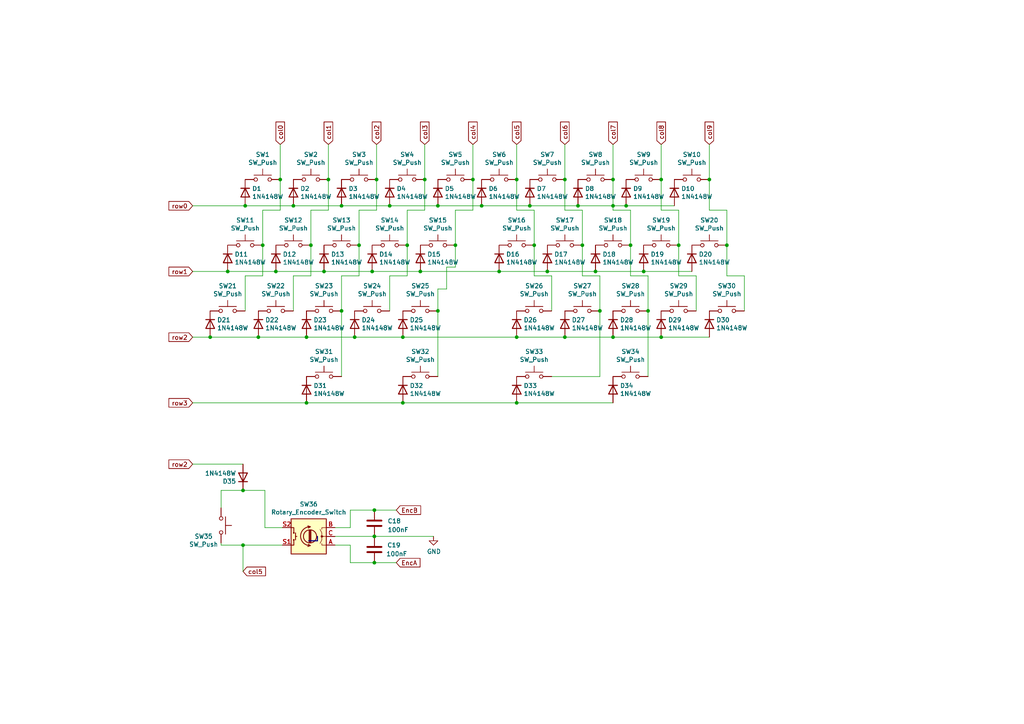
<source format=kicad_sch>
(kicad_sch (version 20230121) (generator eeschema)
  (paper "A4")
  (title_block (title "Hotswap Chiffre") (date "2023-07-13") (rev "0.2.2") (company "sporkus"))
  (junction (at 177.8 52.07))
  (junction (at 153.67 59.69))
  (junction (at 70.485 142.24))
  (junction (at 172.72 78.74))
  (junction (at 191.77 97.79))
  (junction (at 154.94 71.12))
  (junction (at 149.86 52.07))
  (junction (at 116.84 116.84))
  (junction (at 127 90.17))
  (junction (at 210.82 71.12))
  (junction (at 108.585 163.195))
  (junction (at 132.08 71.12))
  (junction (at 163.83 97.79))
  (junction (at 186.69 78.74))
  (junction (at 108.585 147.955))
  (junction (at 70.485 158.115))
  (junction (at 167.64 59.69))
  (junction (at 88.9 97.79))
  (junction (at 123.19 52.07))
  (junction (at 74.93 97.79))
  (junction (at 76.2 71.12))
  (junction (at 158.75 78.74))
  (junction (at 99.06 90.17))
  (junction (at 182.88 71.12))
  (junction (at 109.22 52.07))
  (junction (at 144.78 78.74))
  (junction (at 127 59.69))
  (junction (at 90.17 71.12))
  (junction (at 99.06 59.69))
  (junction (at 107.95 78.74))
  (junction (at 181.61 59.69))
  (junction (at 196.85 71.12))
  (junction (at 108.585 155.575))
  (junction (at 121.92 78.74))
  (junction (at 187.96 90.17))
  (junction (at 85.09 59.69))
  (junction (at 93.98 78.74))
  (junction (at 88.9 116.84))
  (junction (at 71.12 59.69))
  (junction (at 60.96 97.79))
  (junction (at 80.01 78.74))
  (junction (at 81.28 52.07))
  (junction (at 177.8 59.69))
  (junction (at 149.86 116.84))
  (junction (at 168.91 71.12))
  (junction (at 95.25 52.07))
  (junction (at 113.03 59.69))
  (junction (at 205.74 52.07))
  (junction (at 163.83 52.07))
  (junction (at 116.84 97.79))
  (junction (at 191.77 52.07))
  (junction (at 177.8 97.79))
  (junction (at 118.11 71.12))
  (junction (at 149.86 97.79))
  (junction (at 139.7 59.69))
  (junction (at 137.16 52.07))
  (junction (at 173.99 90.17))
  (junction (at 66.04 78.74))
  (junction (at 104.14 71.12))
  (junction (at 102.87 97.79))
  (wire (pts (xy 139.7 59.69) (xy 153.67 59.69)))
  (wire (pts (xy 123.19 52.07) (xy 123.19 60.96)))
  (wire (pts (xy 108.585 147.955) (xy 101.6 147.955)))
  (wire (pts (xy 132.08 71.12) (xy 132.08 77.47)))
  (wire (pts (xy 137.16 41.91) (xy 137.16 52.07)))
  (wire (pts (xy 102.87 97.79) (xy 116.84 97.79)))
  (wire (pts (xy 90.17 60.96) (xy 90.17 71.12)))
  (wire (pts (xy 160.02 80.01) (xy 160.02 90.17)))
  (wire (pts (xy 129.54 83.82) (xy 127 83.82)))
  (bus (pts (xy 92.075 155.575) (xy 92.075 156.845)))
  (wire (pts (xy 109.22 41.91) (xy 109.22 52.07)))
  (wire (pts (xy 177.8 59.69) (xy 177.8 60.96)))
  (wire (pts (xy 70.485 158.115) (xy 81.915 158.115)))
  (wire (pts (xy 55.88 78.74) (xy 66.04 78.74)))
  (wire (pts (xy 187.96 80.01) (xy 187.96 90.17)))
  (wire (pts (xy 172.72 78.74) (xy 186.69 78.74)))
  (wire (pts (xy 149.86 52.07) (xy 149.86 60.96)))
  (wire (pts (xy 132.08 77.47) (xy 129.54 77.47)))
  (wire (pts (xy 113.03 80.01) (xy 118.11 80.01)))
  (wire (pts (xy 121.92 78.74) (xy 144.78 78.74)))
  (wire (pts (xy 186.69 78.74) (xy 200.66 78.74)))
  (wire (pts (xy 108.585 155.575) (xy 125.73 155.575)))
  (wire (pts (xy 191.77 97.79) (xy 205.74 97.79)))
  (wire (pts (xy 191.77 52.07) (xy 191.77 60.96)))
  (wire (pts (xy 113.03 80.01) (xy 113.03 90.17)))
  (wire (pts (xy 71.12 80.01) (xy 71.12 90.17)))
  (wire (pts (xy 210.82 80.01) (xy 210.82 71.12)))
  (wire (pts (xy 90.17 71.12) (xy 90.17 80.01)))
  (wire (pts (xy 173.99 90.17) (xy 173.99 109.22)))
  (wire (pts (xy 123.19 60.96) (xy 118.11 60.96)))
  (wire (pts (xy 76.835 153.035) (xy 81.915 153.035)))
  (wire (pts (xy 196.85 80.01) (xy 201.93 80.01)))
  (wire (pts (xy 76.2 71.12) (xy 76.2 80.01)))
  (wire (pts (xy 163.83 41.91) (xy 163.83 52.07)))
  (wire (pts (xy 163.83 52.07) (xy 163.83 60.96)))
  (wire (pts (xy 70.485 158.115) (xy 70.485 165.735)))
  (wire (pts (xy 177.8 41.91) (xy 177.8 52.07)))
  (wire (pts (xy 101.6 147.955) (xy 101.6 153.035)))
  (wire (pts (xy 104.14 60.96) (xy 104.14 71.12)))
  (wire (pts (xy 168.91 80.01) (xy 173.99 80.01)))
  (wire (pts (xy 132.08 60.96) (xy 132.08 71.12)))
  (wire (pts (xy 93.98 78.74) (xy 107.95 78.74)))
  (wire (pts (xy 149.86 60.96) (xy 154.94 60.96)))
  (wire (pts (xy 127 59.69) (xy 139.7 59.69)))
  (wire (pts (xy 177.8 59.69) (xy 181.61 59.69)))
  (bus (pts (xy 92.075 156.845) (xy 89.535 156.845)))
  (wire (pts (xy 116.84 116.84) (xy 149.86 116.84)))
  (wire (pts (xy 64.135 158.115) (xy 70.485 158.115)))
  (wire (pts (xy 108.585 147.955) (xy 114.935 147.955)))
  (wire (pts (xy 191.77 60.96) (xy 196.85 60.96)))
  (wire (pts (xy 109.22 60.96) (xy 104.14 60.96)))
  (wire (pts (xy 80.01 78.74) (xy 93.98 78.74)))
  (wire (pts (xy 123.19 41.91) (xy 123.19 52.07)))
  (wire (pts (xy 90.17 60.96) (xy 95.25 60.96)))
  (wire (pts (xy 55.88 97.79) (xy 60.96 97.79)))
  (wire (pts (xy 153.67 59.69) (xy 167.64 59.69)))
  (wire (pts (xy 76.2 60.96) (xy 81.28 60.96)))
  (wire (pts (xy 76.2 60.96) (xy 76.2 71.12)))
  (wire (pts (xy 113.03 59.69) (xy 127 59.69)))
  (wire (pts (xy 99.06 80.01) (xy 104.14 80.01)))
  (wire (pts (xy 163.83 97.79) (xy 177.8 97.79)))
  (wire (pts (xy 215.9 80.01) (xy 215.9 90.17)))
  (wire (pts (xy 88.9 116.84) (xy 116.84 116.84)))
  (wire (pts (xy 205.74 41.91) (xy 205.74 52.07)))
  (wire (pts (xy 154.94 71.12) (xy 154.94 80.01)))
  (wire (pts (xy 55.88 116.84) (xy 88.9 116.84)))
  (wire (pts (xy 137.16 60.96) (xy 132.08 60.96)))
  (wire (pts (xy 118.11 71.12) (xy 118.11 80.01)))
  (wire (pts (xy 182.88 60.96) (xy 182.88 71.12)))
  (wire (pts (xy 154.94 60.96) (xy 154.94 71.12)))
  (wire (pts (xy 196.85 71.12) (xy 196.85 80.01)))
  (wire (pts (xy 81.28 41.91) (xy 81.28 52.07)))
  (wire (pts (xy 64.135 158.115) (xy 64.135 157.48)))
  (wire (pts (xy 205.74 52.07) (xy 205.74 60.96)))
  (wire (pts (xy 88.9 97.79) (xy 102.87 97.79)))
  (wire (pts (xy 182.88 80.01) (xy 187.96 80.01)))
  (wire (pts (xy 64.135 147.32) (xy 64.135 142.24)))
  (wire (pts (xy 177.8 52.07) (xy 177.8 59.69)))
  (wire (pts (xy 99.06 80.01) (xy 99.06 90.17)))
  (wire (pts (xy 60.96 97.79) (xy 74.93 97.79)))
  (wire (pts (xy 127 90.17) (xy 127 109.22)))
  (wire (pts (xy 177.8 97.79) (xy 191.77 97.79)))
  (wire (pts (xy 181.61 59.69) (xy 195.58 59.69)))
  (wire (pts (xy 173.99 80.01) (xy 173.99 90.17)))
  (wire (pts (xy 173.99 109.22) (xy 160.02 109.22)))
  (wire (pts (xy 101.6 163.195) (xy 108.585 163.195)))
  (wire (pts (xy 168.91 71.12) (xy 168.91 80.01)))
  (wire (pts (xy 116.84 97.79) (xy 149.86 97.79)))
  (wire (pts (xy 95.25 41.91) (xy 95.25 52.07)))
  (wire (pts (xy 108.585 155.575) (xy 97.155 155.575)))
  (wire (pts (xy 149.86 116.84) (xy 177.8 116.84)))
  (wire (pts (xy 168.91 60.96) (xy 168.91 71.12)))
  (wire (pts (xy 154.94 80.01) (xy 160.02 80.01)))
  (wire (pts (xy 129.54 77.47) (xy 129.54 83.82)))
  (wire (pts (xy 85.09 59.69) (xy 99.06 59.69)))
  (wire (pts (xy 205.74 60.96) (xy 210.82 60.96)))
  (wire (pts (xy 70.485 142.24) (xy 76.835 142.24)))
  (wire (pts (xy 144.78 78.74) (xy 158.75 78.74)))
  (wire (pts (xy 101.6 158.115) (xy 97.155 158.115)))
  (wire (pts (xy 149.86 41.91) (xy 149.86 52.07)))
  (wire (pts (xy 101.6 163.195) (xy 101.6 158.115)))
  (wire (pts (xy 81.28 52.07) (xy 81.28 60.96)))
  (wire (pts (xy 163.83 60.96) (xy 168.91 60.96)))
  (wire (pts (xy 108.585 163.195) (xy 114.935 163.195)))
  (wire (pts (xy 196.85 60.96) (xy 196.85 71.12)))
  (wire (pts (xy 210.82 60.96) (xy 210.82 71.12)))
  (wire (pts (xy 95.25 52.07) (xy 95.25 60.96)))
  (wire (pts (xy 71.12 59.69) (xy 85.09 59.69)))
  (wire (pts (xy 66.04 78.74) (xy 80.01 78.74)))
  (wire (pts (xy 85.09 80.01) (xy 90.17 80.01)))
  (wire (pts (xy 137.16 52.07) (xy 137.16 60.96)))
  (wire (pts (xy 109.22 52.07) (xy 109.22 60.96)))
  (wire (pts (xy 158.75 78.74) (xy 172.72 78.74)))
  (wire (pts (xy 85.09 80.01) (xy 85.09 90.17)))
  (wire (pts (xy 191.77 41.91) (xy 191.77 52.07)))
  (wire (pts (xy 104.14 71.12) (xy 104.14 80.01)))
  (wire (pts (xy 127 83.82) (xy 127 90.17)))
  (wire (pts (xy 64.135 142.24) (xy 70.485 142.24)))
  (wire (pts (xy 167.64 59.69) (xy 177.8 59.69)))
  (wire (pts (xy 182.88 71.12) (xy 182.88 80.01)))
  (wire (pts (xy 210.82 80.01) (xy 215.9 80.01)))
  (wire (pts (xy 76.835 142.24) (xy 76.835 153.035)))
  (wire (pts (xy 55.88 59.69) (xy 71.12 59.69)))
  (wire (pts (xy 149.86 97.79) (xy 163.83 97.79)))
  (wire (pts (xy 187.96 90.17) (xy 187.96 109.22)))
  (wire (pts (xy 55.88 134.62) (xy 70.485 134.62)))
  (wire (pts (xy 99.06 59.69) (xy 113.03 59.69)))
  (wire (pts (xy 107.95 78.74) (xy 121.92 78.74)))
  (wire (pts (xy 101.6 153.035) (xy 97.155 153.035)))
  (wire (pts (xy 177.8 60.96) (xy 182.88 60.96)))
  (wire (pts (xy 74.93 97.79) (xy 88.9 97.79)))
  (wire (pts (xy 201.93 80.01) (xy 201.93 90.17)))
  (wire (pts (xy 118.11 60.96) (xy 118.11 71.12)))
  (wire (pts (xy 71.12 80.01) (xy 76.2 80.01)))
  (wire (pts (xy 99.06 90.17) (xy 99.06 109.22)))
  (global_label "col3" (shape input) (at 123.19 41.91 90) (property "Intersheetrefs" "${INTERSHEET_REFS}" (effects hide)))
  (global_label "col7" (shape input) (at 177.8 41.91 90) (property "Intersheetrefs" "${INTERSHEET_REFS}" (effects hide)))
  (global_label "col2" (shape input) (at 109.22 41.91 90) (property "Intersheetrefs" "${INTERSHEET_REFS}" (effects hide)))
  (global_label "col8" (shape input) (at 191.77 41.91 90) (property "Intersheetrefs" "${INTERSHEET_REFS}" (effects hide)))
  (global_label "row0" (shape input) (at 55.88 59.69 180) (property "Intersheetrefs" "${INTERSHEET_REFS}" (effects hide)))
  (global_label "col7" (shape input) (at 177.8 41.91 90) (property "Intersheetrefs" "${INTERSHEET_REFS}" (effects hide)))
  (global_label "EncB" (shape input) (at 114.935 147.955 0) (property "Intersheetrefs" "${INTERSHEET_REFS}" (effects hide)))
  (global_label "col0" (shape input) (at 81.28 41.91 90) (property "Intersheetrefs" "${INTERSHEET_REFS}" (effects hide)))
  (global_label "col3" (shape input) (at 123.19 41.91 90) (property "Intersheetrefs" "${INTERSHEET_REFS}" (effects hide)))
  (global_label "col4" (shape input) (at 137.16 41.91 90) (property "Intersheetrefs" "${INTERSHEET_REFS}" (effects hide)))
  (global_label "col5" (shape input) (at 149.86 41.91 90) (property "Intersheetrefs" "${INTERSHEET_REFS}" (effects hide)))
  (global_label "row1" (shape input) (at 55.88 78.74 180) (property "Intersheetrefs" "${INTERSHEET_REFS}" (effects hide)))
  (global_label "row1" (shape input) (at 55.88 78.74 180) (property "Intersheetrefs" "${INTERSHEET_REFS}" (effects hide)))
  (global_label "row2" (shape input) (at 55.88 97.79 180) (property "Intersheetrefs" "${INTERSHEET_REFS}" (effects hide)))
  (global_label "col0" (shape input) (at 81.28 41.91 90) (property "Intersheetrefs" "${INTERSHEET_REFS}" (effects hide)))
  (global_label "row3" (shape input) (at 55.88 116.84 180) (property "Intersheetrefs" "${INTERSHEET_REFS}" (effects hide)))
  (global_label "col1" (shape input) (at 95.25 41.91 90) (property "Intersheetrefs" "${INTERSHEET_REFS}" (effects hide)))
  (global_label "row2" (shape input) (at 55.88 134.62 180) (property "Intersheetrefs" "${INTERSHEET_REFS}" (effects hide)))
  (global_label "row3" (shape input) (at 55.88 116.84 180) (property "Intersheetrefs" "${INTERSHEET_REFS}" (effects hide)))
  (global_label "col9" (shape input) (at 205.74 41.91 90) (property "Intersheetrefs" "${INTERSHEET_REFS}" (effects hide)))
  (global_label "col1" (shape input) (at 95.25 41.91 90) (property "Intersheetrefs" "${INTERSHEET_REFS}" (effects hide)))
  (global_label "row2" (shape input) (at 55.88 97.79 180) (property "Intersheetrefs" "${INTERSHEET_REFS}" (effects hide)))
  (global_label "col5" (shape input) (at 70.485 165.735 0) (property "Intersheetrefs" "${INTERSHEET_REFS}" (effects hide)))
  (global_label "col5" (shape input) (at 149.86 41.91 90) (property "Intersheetrefs" "${INTERSHEET_REFS}" (effects hide)))
  (global_label "row0" (shape input) (at 55.88 59.69 180) (property "Intersheetrefs" "${INTERSHEET_REFS}" (effects hide)))
  (global_label "col5" (shape input) (at 70.485 165.735 0) (property "Intersheetrefs" "${INTERSHEET_REFS}" (effects hide)))
  (global_label "col9" (shape input) (at 205.74 41.91 90) (property "Intersheetrefs" "${INTERSHEET_REFS}" (effects hide)))
  (global_label "EncA" (shape input) (at 114.935 163.195 0) (property "Intersheetrefs" "${INTERSHEET_REFS}" (effects hide)))
  (global_label "col4" (shape input) (at 137.16 41.91 90) (property "Intersheetrefs" "${INTERSHEET_REFS}" (effects hide)))
  (global_label "EncB" (shape input) (at 114.935 147.955 0) (property "Intersheetrefs" "${INTERSHEET_REFS}" (effects hide)))
  (global_label "row2" (shape input) (at 55.88 134.62 180) (property "Intersheetrefs" "${INTERSHEET_REFS}" (effects hide)))
  (global_label "col2" (shape input) (at 109.22 41.91 90) (property "Intersheetrefs" "${INTERSHEET_REFS}" (effects hide)))
  (global_label "EncA" (shape input) (at 114.935 163.195 0) (property "Intersheetrefs" "${INTERSHEET_REFS}" (effects hide)))
  (global_label "col6" (shape input) (at 163.83 41.91 90) (property "Intersheetrefs" "${INTERSHEET_REFS}" (effects hide)))
  (global_label "col8" (shape input) (at 191.77 41.91 90) (property "Intersheetrefs" "${INTERSHEET_REFS}" (effects hide)))
  (global_label "col6" (shape input) (at 163.83 41.91 90) (property "Intersheetrefs" "${INTERSHEET_REFS}" (effects hide)))
  (symbol (lib_id "Device:C") (at 108.585 151.765 0) (unit 1)
    (property "Reference" "C18" (at 112.395 151.13 0) (effects (justify left)))
    (property "Value" "100nF" (at 112.395 153.67 0) (effects (justify left)))
    (property "Footprint" "Capacitor_SMD:C_0402_1005Metric" (effects hide))
    (property "LCSC" "C307331" (effects hide))
    (instances (project "key_matrix" (path "" (reference "C18") (unit 1))) (project "bully" (path "" (reference "C18") (unit 1))) (project "stm32_hotswap_chiffre" (path "" (reference "C9") (unit 1))) (project "vault35-katana" (path "" (reference "C18") (unit 1))))
  )
  (symbol (lib_id "power:GND") (at 125.73 155.575 0) (unit 1)
    (property "Reference" "#PWR02" (effects hide))
    (property "Value" "GND" (at 125.857 159.9692 0))
    (instances (project "stm32_hotswap_chiffre" (path "" (reference "#PWR02") (unit 1))) (project "LeChiffre" (path "" (reference "#PWR?") (unit 1))) (project "vault35-katana" (path "" (reference "#PWR02") (unit 1))))
  )
  (symbol (lib_id "Diode:1N4148") (at 200.66 74.93 270) (unit 1)
    (property "Reference" "D20" (at 202.6666 73.7616 90) (effects (justify left)))
    (property "Value" "1N4148W" (at 202.6666 76.073 90) (effects (justify left)))
    (property "Footprint" "Diode_SMD:D_SOD-123" (effects hide))
    (property "Datasheet" "https://assets.nexperia.com/documents/data-sheet/1N4148_1N4448.pdf" (effects hide))
    (property "JlcRotOffset" "-14" (effects hide))
    (instances (project "stm32_hotswap_chiffre" (path "" (reference "D20") (unit 1))) (project "LeChiffre" (path "" (reference "D?") (unit 1))) (project "vault35-katana" (path "" (reference "D20") (unit 1))))
  )
  (symbol (lib_id "Diode:1N4148") (at 107.95 74.93 270) (unit 1)
    (property "Reference" "D14" (at 109.9566 73.7616 90) (effects (justify left)))
    (property "Value" "1N4148W" (at 109.9566 76.073 90) (effects (justify left)))
    (property "Footprint" "Diode_SMD:D_SOD-123" (effects hide))
    (property "Datasheet" "https://assets.nexperia.com/documents/data-sheet/1N4148_1N4448.pdf" (effects hide))
    (property "JlcRotOffset" "14" (effects hide))
    (instances (project "stm32_hotswap_chiffre" (path "" (reference "D14") (unit 1))) (project "LeChiffre" (path "" (reference "D?") (unit 1))) (project "vault35-katana" (path "" (reference "D14") (unit 1))))
  )
  (symbol (lib_id "Switch:SW_Push") (at 210.82 90.17 0) (unit 1)
    (property "Reference" "SW30" (at 210.82 82.931 0))
    (property "Value" "SW_Push" (at 210.82 85.2424 0))
    (property "Footprint" "MX_hotswap_alps:MX-Hotswap-Alps-1U" (effects hide))
    (property "exclude_pcba" "true" (effects hide))
    (instances (project "stm32_hotswap_chiffre" (path "" (reference "SW30") (unit 1))) (project "LeChiffre" (path "" (reference "SW?") (unit 1))) (project "vault35-katana" (path "" (reference "SW30") (unit 1))))
  )
  (symbol (lib_id "Diode:1N4148") (at 177.8 113.03 270) (unit 1)
    (property "Reference" "D34" (at 179.8066 111.8616 90) (effects (justify left)))
    (property "Value" "1N4148W" (at 179.8066 114.173 90) (effects (justify left)))
    (property "Footprint" "Diode_SMD:D_SOD-123" (effects hide))
    (property "Datasheet" "https://assets.nexperia.com/documents/data-sheet/1N4148_1N4448.pdf" (effects hide))
    (property "JlcRotOffset" "-14" (effects hide))
    (instances (project "stm32_hotswap_chiffre" (path "" (reference "D34") (unit 1))) (project "LeChiffre" (path "" (reference "D?") (unit 1))) (project "vault35-katana" (path "" (reference "D34") (unit 1))))
  )
  (symbol (lib_id "Diode:1N4148") (at 70.485 138.43 90) (unit 1)
    (property "Reference" "D35" (at 68.4784 139.5984 90) (effects (justify left)))
    (property "Value" "1N4148W" (at 68.4784 137.287 90) (effects (justify left)))
    (property "Footprint" "Diode_SMD:D_SOD-123" (effects hide))
    (property "Datasheet" "https://assets.nexperia.com/documents/data-sheet/1N4148_1N4448.pdf" (effects hide))
    (property "JlcRotOffset" "0" (effects hide))
    (instances (project "stm32_hotswap_chiffre" (path "" (reference "D35") (unit 1))) (project "LeChiffre" (path "" (reference "D?") (unit 1))) (project "vault35-katana" (path "" (reference "D35") (unit 1))))
  )
  (symbol (lib_id "Diode:1N4148") (at 205.74 93.98 270) (unit 1)
    (property "Reference" "D30" (at 207.7466 92.8116 90) (effects (justify left)))
    (property "Value" "1N4148W" (at 207.7466 95.123 90) (effects (justify left)))
    (property "Footprint" "Diode_SMD:D_SOD-123" (effects hide))
    (property "Datasheet" "https://assets.nexperia.com/documents/data-sheet/1N4148_1N4448.pdf" (effects hide))
    (property "JlcRotOffset" "-14" (effects hide))
    (instances (project "stm32_hotswap_chiffre" (path "" (reference "D30") (unit 1))) (project "LeChiffre" (path "" (reference "D?") (unit 1))) (project "vault35-katana" (path "" (reference "D30") (unit 1))))
  )
  (symbol (lib_id "Switch:SW_Push") (at 64.135 152.4 270) (unit 1)
    (property "Reference" "SW35" (at 59.055 155.575 90))
    (property "Value" "SW_Push" (at 59.055 157.8864 90))
    (property "Footprint" "MX_Alps_Hybrid:MX-Alps-Hybrid-1U" (effects hide))
    (property "exclude_pcba" "true" (effects hide))
    (instances (project "stm32_hotswap_chiffre" (path "" (reference "SW35") (unit 1))) (project "LeChiffre" (path "" (reference "SW?") (unit 1))) (project "vault35-katana" (path "" (reference "SW35") (unit 1))))
  )
  (symbol (lib_id "Switch:SW_Push") (at 80.01 90.17 0) (unit 1)
    (property "Reference" "SW22" (at 80.01 82.931 0))
    (property "Value" "SW_Push" (at 80.01 85.2424 0))
    (property "Footprint" "MX_hotswap_alps:MX-Hotswap-Alps-1U" (effects hide))
    (property "exclude_pcba" "true" (effects hide))
    (instances (project "stm32_hotswap_chiffre" (path "" (reference "SW22") (unit 1))) (project "LeChiffre" (path "" (reference "SW?") (unit 1))) (project "vault35-katana" (path "" (reference "SW22") (unit 1))))
  )
  (symbol (lib_id "Diode:1N4148") (at 127 55.88 270) (unit 1)
    (property "Reference" "D5" (at 129.0066 54.7116 90) (effects (justify left)))
    (property "Value" "1N4148W" (at 129.0066 57.023 90) (effects (justify left)))
    (property "Footprint" "Diode_SMD:D_SOD-123" (effects hide))
    (property "Datasheet" "https://assets.nexperia.com/documents/data-sheet/1N4148_1N4448.pdf" (effects hide))
    (property "JlcRotOffset" "14" (effects hide))
    (instances (project "stm32_hotswap_chiffre" (path "" (reference "D5") (unit 1))) (project "LeChiffre" (path "" (reference "D?") (unit 1))) (project "vault35-katana" (path "" (reference "D5") (unit 1))))
  )
  (symbol (lib_id "Diode:1N4148") (at 88.9 93.98 270) (unit 1)
    (property "Reference" "D23" (at 90.9066 92.8116 90) (effects (justify left)))
    (property "Value" "1N4148W" (at 90.9066 95.123 90) (effects (justify left)))
    (property "Footprint" "Diode_SMD:D_SOD-123" (effects hide))
    (property "Datasheet" "https://assets.nexperia.com/documents/data-sheet/1N4148_1N4448.pdf" (effects hide))
    (property "JlcRotOffset" "14" (effects hide))
    (instances (project "stm32_hotswap_chiffre" (path "" (reference "D23") (unit 1))) (project "LeChiffre" (path "" (reference "D?") (unit 1))) (project "vault35-katana" (path "" (reference "D23") (unit 1))))
  )
  (symbol (lib_id "Diode:1N4148") (at 80.01 74.93 270) (unit 1)
    (property "Reference" "D12" (at 82.0166 73.7616 90) (effects (justify left)))
    (property "Value" "1N4148W" (at 82.0166 76.073 90) (effects (justify left)))
    (property "Footprint" "Diode_SMD:D_SOD-123" (effects hide))
    (property "Datasheet" "https://assets.nexperia.com/documents/data-sheet/1N4148_1N4448.pdf" (effects hide))
    (property "JlcRotOffset" "14" (effects hide))
    (instances (project "stm32_hotswap_chiffre" (path "" (reference "D12") (unit 1))) (project "LeChiffre" (path "" (reference "D?") (unit 1))) (project "vault35-katana" (path "" (reference "D12") (unit 1))))
  )
  (symbol (lib_id "Switch:SW_Push") (at 191.77 71.12 0) (unit 1)
    (property "Reference" "SW19" (at 191.77 63.881 0))
    (property "Value" "SW_Push" (at 191.77 66.1924 0))
    (property "Footprint" "MX_hotswap_alps:MX-Hotswap-Alps-1U" (effects hide))
    (property "exclude_pcba" "true" (effects hide))
    (instances (project "stm32_hotswap_chiffre" (path "" (reference "SW19") (unit 1))) (project "LeChiffre" (path "" (reference "SW?") (unit 1))) (project "vault35-katana" (path "" (reference "SW19") (unit 1))))
  )
  (symbol (lib_id "Diode:1N4148") (at 116.84 93.98 270) (unit 1)
    (property "Reference" "D25" (at 118.8466 92.8116 90) (effects (justify left)))
    (property "Value" "1N4148W" (at 118.8466 95.123 90) (effects (justify left)))
    (property "Footprint" "Diode_SMD:D_SOD-123" (effects hide))
    (property "Datasheet" "https://assets.nexperia.com/documents/data-sheet/1N4148_1N4448.pdf" (effects hide))
    (property "JlcRotOffset" "14" (effects hide))
    (instances (project "stm32_hotswap_chiffre" (path "" (reference "D25") (unit 1))) (project "LeChiffre" (path "" (reference "D?") (unit 1))) (project "vault35-katana" (path "" (reference "D25") (unit 1))))
  )
  (symbol (lib_id "Diode:1N4148") (at 116.84 113.03 270) (unit 1)
    (property "Reference" "D32" (at 118.8466 111.8616 90) (effects (justify left)))
    (property "Value" "1N4148W" (at 118.8466 114.173 90) (effects (justify left)))
    (property "Footprint" "Diode_SMD:D_SOD-123" (effects hide))
    (property "Datasheet" "https://assets.nexperia.com/documents/data-sheet/1N4148_1N4448.pdf" (effects hide))
    (property "JlcRotOffset" "14" (effects hide))
    (instances (project "stm32_hotswap_chiffre" (path "" (reference "D32") (unit 1))) (project "LeChiffre" (path "" (reference "D?") (unit 1))) (project "vault35-katana" (path "" (reference "D32") (unit 1))))
  )
  (symbol (lib_id "Switch:SW_Push") (at 127 71.12 0) (unit 1)
    (property "Reference" "SW15" (at 127 63.881 0))
    (property "Value" "SW_Push" (at 127 66.1924 0))
    (property "Footprint" "MX_hotswap_alps:MX-Hotswap-Alps-1U" (effects hide))
    (property "exclude_pcba" "true" (effects hide))
    (instances (project "stm32_hotswap_chiffre" (path "" (reference "SW15") (unit 1))) (project "LeChiffre" (path "" (reference "SW?") (unit 1))) (project "vault35-katana" (path "" (reference "SW15") (unit 1))))
  )
  (symbol (lib_id "Diode:1N4148") (at 163.83 93.98 270) (unit 1)
    (property "Reference" "D27" (at 165.8366 92.8116 90) (effects (justify left)))
    (property "Value" "1N4148W" (at 165.8366 95.123 90) (effects (justify left)))
    (property "Footprint" "Diode_SMD:D_SOD-123" (effects hide))
    (property "Datasheet" "https://assets.nexperia.com/documents/data-sheet/1N4148_1N4448.pdf" (effects hide))
    (property "JlcRotOffset" "-14" (effects hide))
    (instances (project "stm32_hotswap_chiffre" (path "" (reference "D27") (unit 1))) (project "LeChiffre" (path "" (reference "D?") (unit 1))) (project "vault35-katana" (path "" (reference "D27") (unit 1))))
  )
  (symbol (lib_id "Device:C") (at 108.585 151.765 0) (unit 1)
    (property "Reference" "C18" (at 112.395 151.13 0) (effects (justify left)))
    (property "Value" "100nF" (at 112.395 153.67 0) (effects (justify left)))
    (property "Footprint" "Capacitor_SMD:C_0402_1005Metric" (effects hide))
    (property "LCSC" "C307331" (effects hide))
    (instances (project "key_matrix" (path "" (reference "C18") (unit 1))) (project "bully" (path "" (reference "C18") (unit 1))) (project "stm32_hotswap_chiffre" (path "" (reference "C9") (unit 1))) (project "vault35-katana" (path "" (reference "C18") (unit 1))))
  )
  (symbol (lib_id "Switch:SW_Push") (at 66.04 90.17 0) (unit 1)
    (property "Reference" "SW21" (at 66.04 82.931 0))
    (property "Value" "SW_Push" (at 66.04 85.2424 0))
    (property "Footprint" "MX_hotswap_alps:MX-Hotswap-Alps-1U" (effects hide))
    (property "exclude_pcba" "true" (effects hide))
    (instances (project "stm32_hotswap_chiffre" (path "" (reference "SW21") (unit 1))) (project "LeChiffre" (path "" (reference "SW?") (unit 1))) (project "vault35-katana" (path "" (reference "SW21") (unit 1))))
  )
  (symbol (lib_id "Diode:1N4148") (at 177.8 93.98 270) (unit 1)
    (property "Reference" "D28" (at 179.8066 92.8116 90) (effects (justify left)))
    (property "Value" "1N4148W" (at 179.8066 95.123 90) (effects (justify left)))
    (property "Footprint" "Diode_SMD:D_SOD-123" (effects hide))
    (property "Datasheet" "https://assets.nexperia.com/documents/data-sheet/1N4148_1N4448.pdf" (effects hide))
    (property "JlcRotOffset" "-14" (effects hide))
    (instances (project "stm32_hotswap_chiffre" (path "" (reference "D28") (unit 1))) (project "LeChiffre" (path "" (reference "D?") (unit 1))) (project "vault35-katana" (path "" (reference "D28") (unit 1))))
  )
  (symbol (lib_id "Diode:1N4148") (at 149.86 113.03 270) (unit 1)
    (property "Reference" "D33" (at 151.8666 111.8616 90) (effects (justify left)))
    (property "Value" "1N4148W" (at 151.8666 114.173 90) (effects (justify left)))
    (property "Footprint" "Diode_SMD:D_SOD-123" (effects hide))
    (property "Datasheet" "https://assets.nexperia.com/documents/data-sheet/1N4148_1N4448.pdf" (effects hide))
    (property "JlcRotOffset" "-14" (effects hide))
    (instances (project "stm32_hotswap_chiffre" (path "" (reference "D33") (unit 1))) (project "LeChiffre" (path "" (reference "D?") (unit 1))) (project "vault35-katana" (path "" (reference "D33") (unit 1))))
  )
  (symbol (lib_id "Diode:1N4148") (at 139.7 55.88 270) (unit 1)
    (property "Reference" "D6" (at 141.7066 54.7116 90) (effects (justify left)))
    (property "Value" "1N4148W" (at 141.7066 57.023 90) (effects (justify left)))
    (property "Footprint" "Diode_SMD:D_SOD-123" (effects hide))
    (property "Datasheet" "https://assets.nexperia.com/documents/data-sheet/1N4148_1N4448.pdf" (effects hide))
    (property "JlcRotOffset" "-14" (effects hide))
    (instances (project "stm32_hotswap_chiffre" (path "" (reference "D6") (unit 1))) (project "LeChiffre" (path "" (reference "D?") (unit 1))) (project "vault35-katana" (path "" (reference "D6") (unit 1))))
  )
  (symbol (lib_id "Diode:1N4148") (at 195.58 55.88 270) (unit 1)
    (property "Reference" "D10" (at 197.5866 54.7116 90) (effects (justify left)))
    (property "Value" "1N4148W" (at 197.5866 57.023 90) (effects (justify left)))
    (property "Footprint" "Diode_SMD:D_SOD-123" (effects hide))
    (property "Datasheet" "https://assets.nexperia.com/documents/data-sheet/1N4148_1N4448.pdf" (effects hide))
    (property "JlcRotOffset" "-14" (effects hide))
    (instances (project "stm32_hotswap_chiffre" (path "" (reference "D10") (unit 1))) (project "LeChiffre" (path "" (reference "D?") (unit 1))) (project "vault35-katana" (path "" (reference "D10") (unit 1))))
  )
  (symbol (lib_id "Switch:SW_Push") (at 200.66 52.07 0) (unit 1)
    (property "Reference" "SW10" (at 200.66 44.831 0))
    (property "Value" "SW_Push" (at 200.66 47.1424 0))
    (property "Footprint" "MX_hotswap_alps:MX-Hotswap-Alps-1U" (effects hide))
    (property "exclude_pcba" "true" (effects hide))
    (instances (project "stm32_hotswap_chiffre" (path "" (reference "SW10") (unit 1))) (project "LeChiffre" (path "" (reference "SW?") (unit 1))) (project "vault35-katana" (path "" (reference "SW10") (unit 1))))
  )
  (symbol (lib_id "Switch:SW_Push") (at 118.11 52.07 0) (unit 1)
    (property "Reference" "SW4" (at 118.11 44.831 0))
    (property "Value" "SW_Push" (at 118.11 47.1424 0))
    (property "Footprint" "MX_hotswap_alps:MX-Hotswap-Alps-1U" (effects hide))
    (property "exclude_pcba" "true" (effects hide))
    (instances (project "stm32_hotswap_chiffre" (path "" (reference "SW4") (unit 1))) (project "LeChiffre" (path "" (reference "SW?") (unit 1))) (project "vault35-katana" (path "" (reference "SW4") (unit 1))))
  )
  (symbol (lib_id "Device:C") (at 108.585 159.385 0) (mirror x) (unit 1)
    (property "Reference" "C19" (at 116.205 158.115 0) (effects (justify right)))
    (property "Value" "100nF" (at 118.11 160.655 0) (effects (justify right)))
    (property "Footprint" "Capacitor_SMD:C_0402_1005Metric" (effects hide))
    (property "LCSC" "C307331" (effects hide))
    (instances (project "key_matrix" (path "" (reference "C19") (unit 1))) (project "bully" (path "" (reference "C19") (unit 1))) (project "stm32_hotswap_chiffre" (path "" (reference "C10") (unit 1))) (project "vault35-katana" (path "" (reference "C19") (unit 1))))
  )
  (symbol (lib_id "Switch:SW_Push") (at 186.69 52.07 0) (unit 1)
    (property "Reference" "SW9" (at 186.69 44.831 0))
    (property "Value" "SW_Push" (at 186.69 47.1424 0))
    (property "Footprint" "MX_hotswap_alps:MX-Hotswap-Alps-1U" (effects hide))
    (property "exclude_pcba" "true" (effects hide))
    (instances (project "stm32_hotswap_chiffre" (path "" (reference "SW9") (unit 1))) (project "LeChiffre" (path "" (reference "SW?") (unit 1))) (project "vault35-katana" (path "" (reference "SW9") (unit 1))))
  )
  (symbol (lib_id "Switch:SW_Push") (at 177.8 71.12 0) (unit 1)
    (property "Reference" "SW18" (at 177.8 63.881 0))
    (property "Value" "SW_Push" (at 177.8 66.1924 0))
    (property "Footprint" "MX_hotswap_alps:MX-Hotswap-Alps-1U" (effects hide))
    (property "exclude_pcba" "true" (effects hide))
    (instances (project "stm32_hotswap_chiffre" (path "" (reference "SW18") (unit 1))) (project "LeChiffre" (path "" (reference "SW?") (unit 1))) (project "vault35-katana" (path "" (reference "SW18") (unit 1))))
  )
  (symbol (lib_id "Diode:1N4148") (at 144.78 74.93 270) (unit 1)
    (property "Reference" "D16" (at 146.7866 73.7616 90) (effects (justify left)))
    (property "Value" "1N4148W" (at 146.7866 76.073 90) (effects (justify left)))
    (property "Footprint" "Diode_SMD:D_SOD-123" (effects hide))
    (property "Datasheet" "https://assets.nexperia.com/documents/data-sheet/1N4148_1N4448.pdf" (effects hide))
    (property "JlcRotOffset" "-14" (effects hide))
    (instances (project "stm32_hotswap_chiffre" (path "" (reference "D16") (unit 1))) (project "LeChiffre" (path "" (reference "D?") (unit 1))) (project "vault35-katana" (path "" (reference "D16") (unit 1))))
  )
  (symbol (lib_id "Switch:SW_Push") (at 182.88 109.22 0) (unit 1)
    (property "Reference" "SW34" (at 182.88 101.981 0))
    (property "Value" "SW_Push" (at 182.88 104.2924 0))
    (property "Footprint" "MX_hotswap_alps:MX-Hotswap-Alps-1.25U" (effects hide))
    (property "exclude_pcba" "true" (effects hide))
    (instances (project "stm32_hotswap_chiffre" (path "" (reference "SW34") (unit 1))) (project "LeChiffre" (path "" (reference "SW?") (unit 1))) (project "vault35-katana" (path "" (reference "SW34") (unit 1))))
  )
  (symbol (lib_id "Switch:SW_Push") (at 168.91 90.17 0) (unit 1)
    (property "Reference" "SW27" (at 168.91 82.931 0))
    (property "Value" "SW_Push" (at 168.91 85.2424 0))
    (property "Footprint" "MX_hotswap_alps:MX-Hotswap-Alps-1U" (effects hide))
    (property "exclude_pcba" "true" (effects hide))
    (instances (project "stm32_hotswap_chiffre" (path "" (reference "SW27") (unit 1))) (project "LeChiffre" (path "" (reference "SW?") (unit 1))) (project "vault35-katana" (path "" (reference "SW27") (unit 1))))
  )
  (symbol (lib_id "Switch:SW_Push") (at 132.08 52.07 0) (unit 1)
    (property "Reference" "SW5" (at 132.08 44.831 0))
    (property "Value" "SW_Push" (at 132.08 47.1424 0))
    (property "Footprint" "MX_hotswap_alps:MX-Hotswap-Alps-1U" (effects hide))
    (property "exclude_pcba" "true" (effects hide))
    (instances (project "stm32_hotswap_chiffre" (path "" (reference "SW5") (unit 1))) (project "LeChiffre" (path "" (reference "SW?") (unit 1))) (project "vault35-katana" (path "" (reference "SW5") (unit 1))))
  )
  (symbol (lib_id "Switch:SW_Push") (at 200.66 52.07 0) (unit 1)
    (property "Reference" "SW10" (at 200.66 44.831 0))
    (property "Value" "SW_Push" (at 200.66 47.1424 0))
    (property "Footprint" "MX_hotswap_alps:MX-Hotswap-Alps-1U" (effects hide))
    (property "exclude_pcba" "true" (effects hide))
    (instances (project "stm32_hotswap_chiffre" (path "" (reference "SW10") (unit 1))) (project "LeChiffre" (path "" (reference "SW?") (unit 1))) (project "vault35-katana" (path "" (reference "SW10") (unit 1))))
  )
  (symbol (lib_id "Diode:1N4148") (at 181.61 55.88 270) (unit 1)
    (property "Reference" "D9" (at 183.6166 54.7116 90) (effects (justify left)))
    (property "Value" "1N4148W" (at 183.6166 57.023 90) (effects (justify left)))
    (property "Footprint" "Diode_SMD:D_SOD-123" (effects hide))
    (property "Datasheet" "https://assets.nexperia.com/documents/data-sheet/1N4148_1N4448.pdf" (effects hide))
    (property "JlcRotOffset" "-14" (effects hide))
    (instances (project "stm32_hotswap_chiffre" (path "" (reference "D9") (unit 1))) (project "LeChiffre" (path "" (reference "D?") (unit 1))) (project "vault35-katana" (path "" (reference "D9") (unit 1))))
  )
  (symbol (lib_id "Diode:1N4148") (at 80.01 74.93 270) (unit 1)
    (property "Reference" "D12" (at 82.0166 73.7616 90) (effects (justify left)))
    (property "Value" "1N4148W" (at 82.0166 76.073 90) (effects (justify left)))
    (property "Footprint" "Diode_SMD:D_SOD-123" (effects hide))
    (property "Datasheet" "https://assets.nexperia.com/documents/data-sheet/1N4148_1N4448.pdf" (effects hide))
    (property "JlcRotOffset" "14" (effects hide))
    (instances (project "stm32_hotswap_chiffre" (path "" (reference "D12") (unit 1))) (project "LeChiffre" (path "" (reference "D?") (unit 1))) (project "vault35-katana" (path "" (reference "D12") (unit 1))))
  )
  (symbol (lib_id "Diode:1N4148") (at 149.86 93.98 270) (unit 1)
    (property "Reference" "D26" (at 151.8666 92.8116 90) (effects (justify left)))
    (property "Value" "1N4148W" (at 151.8666 95.123 90) (effects (justify left)))
    (property "Footprint" "Diode_SMD:D_SOD-123" (effects hide))
    (property "Datasheet" "https://assets.nexperia.com/documents/data-sheet/1N4148_1N4448.pdf" (effects hide))
    (property "JlcRotOffset" "-14" (effects hide))
    (instances (project "stm32_hotswap_chiffre" (path "" (reference "D26") (unit 1))) (project "LeChiffre" (path "" (reference "D?") (unit 1))) (project "vault35-katana" (path "" (reference "D26") (unit 1))))
  )
  (symbol (lib_id "Switch:SW_Push") (at 99.06 71.12 0) (unit 1)
    (property "Reference" "SW13" (at 99.06 63.881 0))
    (property "Value" "SW_Push" (at 99.06 66.1924 0))
    (property "Footprint" "MX_hotswap_alps:MX-Hotswap-Alps-1U" (effects hide))
    (property "exclude_pcba" "true" (effects hide))
    (instances (project "stm32_hotswap_chiffre" (path "" (reference "SW13") (unit 1))) (project "LeChiffre" (path "" (reference "SW?") (unit 1))) (project "vault35-katana" (path "" (reference "SW13") (unit 1))))
  )
  (symbol (lib_id "Switch:SW_Push") (at 113.03 71.12 0) (unit 1)
    (property "Reference" "SW14" (at 113.03 63.881 0))
    (property "Value" "SW_Push" (at 113.03 66.1924 0))
    (property "Footprint" "MX_hotswap_alps:MX-Hotswap-Alps-1U" (effects hide))
    (property "exclude_pcba" "true" (effects hide))
    (instances (project "stm32_hotswap_chiffre" (path "" (reference "SW14") (unit 1))) (project "LeChiffre" (path "" (reference "SW?") (unit 1))) (project "vault35-katana" (path "" (reference "SW14") (unit 1))))
  )
  (symbol (lib_id "Switch:SW_Push") (at 107.95 90.17 0) (unit 1)
    (property "Reference" "SW24" (at 107.95 82.931 0))
    (property "Value" "SW_Push" (at 107.95 85.2424 0))
    (property "Footprint" "MX_hotswap_alps:MX-Hotswap-Alps-1U" (effects hide))
    (property "exclude_pcba" "true" (effects hide))
    (instances (project "stm32_hotswap_chiffre" (path "" (reference "SW24") (unit 1))) (project "LeChiffre" (path "" (reference "SW?") (unit 1))) (project "vault35-katana" (path "" (reference "SW24") (unit 1))))
  )
  (symbol (lib_id "Switch:SW_Push") (at 76.2 52.07 0) (unit 1)
    (property "Reference" "SW1" (at 76.2 44.831 0))
    (property "Value" "SW_Push" (at 76.2 47.1424 0))
    (property "Footprint" "MX_hotswap_alps:MX-Hotswap-Alps-1U" (effects hide))
    (property "exclude_pcba" "true" (effects hide))
    (instances (project "stm32_hotswap_chiffre" (path "" (reference "SW1") (unit 1))) (project "LeChiffre" (path "" (reference "SW?") (unit 1))) (project "vault35-katana" (path "" (reference "SW1") (unit 1))))
  )
  (symbol (lib_id "Switch:SW_Push") (at 90.17 52.07 0) (unit 1)
    (property "Reference" "SW2" (at 90.17 44.831 0))
    (property "Value" "SW_Push" (at 90.17 47.1424 0))
    (property "Footprint" "MX_hotswap_alps:MX-Hotswap-Alps-1U" (effects hide))
    (property "exclude_pcba" "true" (effects hide))
    (instances (project "stm32_hotswap_chiffre" (path "" (reference "SW2") (unit 1))) (project "LeChiffre" (path "" (reference "SW?") (unit 1))) (project "vault35-katana" (path "" (reference "SW2") (unit 1))))
  )
  (symbol (lib_id "Switch:SW_Push") (at 121.92 109.22 0) (unit 1)
    (property "Reference" "SW32" (at 121.92 101.981 0))
    (property "Value" "SW_Push" (at 121.92 104.2924 0))
    (property "Footprint" "MX_hotswap_alps:MX-Hotswap-Alps-2U" (effects hide))
    (property "exclude_pcba" "true" (effects hide))
    (instances (project "stm32_hotswap_chiffre" (path "" (reference "SW32") (unit 1))) (project "LeChiffre" (path "" (reference "SW?") (unit 1))) (project "vault35-katana" (path "" (reference "SW32") (unit 1))))
  )
  (symbol (lib_id "Switch:SW_Push") (at 196.85 90.17 0) (unit 1)
    (property "Reference" "SW29" (at 196.85 82.931 0))
    (property "Value" "SW_Push" (at 196.85 85.2424 0))
    (property "Footprint" "MX_hotswap_alps:MX-Hotswap-Alps-1U" (effects hide))
    (property "exclude_pcba" "true" (effects hide))
    (instances (project "stm32_hotswap_chiffre" (path "" (reference "SW29") (unit 1))) (project "LeChiffre" (path "" (reference "SW?") (unit 1))) (project "vault35-katana" (path "" (reference "SW29") (unit 1))))
  )
  (symbol (lib_id "Switch:SW_Push") (at 93.98 109.22 0) (unit 1)
    (property "Reference" "SW31" (at 93.98 101.981 0))
    (property "Value" "SW_Push" (at 93.98 104.2924 0))
    (property "Footprint" "MX_hotswap_alps:MX-Hotswap-Alps-1.25U" (effects hide))
    (property "exclude_pcba" "true" (effects hide))
    (instances (project "stm32_hotswap_chiffre" (path "" (reference "SW31") (unit 1))) (project "LeChiffre" (path "" (reference "SW?") (unit 1))) (project "vault35-katana" (path "" (reference "SW31") (unit 1))))
  )
  (symbol (lib_id "Switch:SW_Push") (at 113.03 71.12 0) (unit 1)
    (property "Reference" "SW14" (at 113.03 63.881 0))
    (property "Value" "SW_Push" (at 113.03 66.1924 0))
    (property "Footprint" "MX_hotswap_alps:MX-Hotswap-Alps-1U" (effects hide))
    (property "exclude_pcba" "true" (effects hide))
    (instances (project "stm32_hotswap_chiffre" (path "" (reference "SW14") (unit 1))) (project "LeChiffre" (path "" (reference "SW?") (unit 1))) (project "vault35-katana" (path "" (reference "SW14") (unit 1))))
  )
  (symbol (lib_id "Switch:SW_Push") (at 104.14 52.07 0) (unit 1)
    (property "Reference" "SW3" (at 104.14 44.831 0))
    (property "Value" "SW_Push" (at 104.14 47.1424 0))
    (property "Footprint" "MX_hotswap_alps:MX-Hotswap-Alps-1U" (effects hide))
    (property "exclude_pcba" "true" (effects hide))
    (instances (project "stm32_hotswap_chiffre" (path "" (reference "SW3") (unit 1))) (project "LeChiffre" (path "" (reference "SW?") (unit 1))) (project "vault35-katana" (path "" (reference "SW3") (unit 1))))
  )
  (symbol (lib_id "Diode:1N4148") (at 93.98 74.93 270) (unit 1)
    (property "Reference" "D13" (at 95.9866 73.7616 90) (effects (justify left)))
    (property "Value" "1N4148W" (at 95.9866 76.073 90) (effects (justify left)))
    (property "Footprint" "Diode_SMD:D_SOD-123" (effects hide))
    (property "Datasheet" "https://assets.nexperia.com/documents/data-sheet/1N4148_1N4448.pdf" (effects hide))
    (property "JlcRotOffset" "14" (effects hide))
    (instances (project "stm32_hotswap_chiffre" (path "" (reference "D13") (unit 1))) (project "LeChiffre" (path "" (reference "D?") (unit 1))) (project "vault35-katana" (path "" (reference "D13") (unit 1))))
  )
  (symbol (lib_id "Switch:SW_Push") (at 149.86 71.12 0) (unit 1)
    (property "Reference" "SW16" (at 149.86 63.881 0))
    (property "Value" "SW_Push" (at 149.86 66.1924 0))
    (property "Footprint" "MX_hotswap_alps:MX-Hotswap-Alps-1U" (effects hide))
    (property "exclude_pcba" "true" (effects hide))
    (instances (project "stm32_hotswap_chiffre" (path "" (reference "SW16") (unit 1))) (project "LeChiffre" (path "" (reference "SW?") (unit 1))) (project "vault35-katana" (path "" (reference "SW16") (unit 1))))
  )
  (symbol (lib_id "Switch:SW_Push") (at 163.83 71.12 0) (unit 1)
    (property "Reference" "SW17" (at 163.83 63.881 0))
    (property "Value" "SW_Push" (at 163.83 66.1924 0))
    (property "Footprint" "MX_hotswap_alps:MX-Hotswap-Alps-1U" (effects hide))
    (property "exclude_pcba" "true" (effects hide))
    (instances (project "stm32_hotswap_chiffre" (path "" (reference "SW17") (unit 1))) (project "LeChiffre" (path "" (reference "SW?") (unit 1))) (project "vault35-katana" (path "" (reference "SW17") (unit 1))))
  )
  (symbol (lib_id "Switch:SW_Push") (at 168.91 90.17 0) (unit 1)
    (property "Reference" "SW27" (at 168.91 82.931 0))
    (property "Value" "SW_Push" (at 168.91 85.2424 0))
    (property "Footprint" "MX_hotswap_alps:MX-Hotswap-Alps-1U" (effects hide))
    (property "exclude_pcba" "true" (effects hide))
    (instances (project "stm32_hotswap_chiffre" (path "" (reference "SW27") (unit 1))) (project "LeChiffre" (path "" (reference "SW?") (unit 1))) (project "vault35-katana" (path "" (reference "SW27") (unit 1))))
  )
  (symbol (lib_id "Switch:SW_Push") (at 158.75 52.07 0) (unit 1)
    (property "Reference" "SW7" (at 158.75 44.831 0))
    (property "Value" "SW_Push" (at 158.75 47.1424 0))
    (property "Footprint" "MX_hotswap_alps:MX-Hotswap-Alps-1U" (effects hide))
    (property "exclude_pcba" "true" (effects hide))
    (instances (project "stm32_hotswap_chiffre" (path "" (reference "SW7") (unit 1))) (project "LeChiffre" (path "" (reference "SW?") (unit 1))) (project "vault35-katana" (path "" (reference "SW7") (unit 1))))
  )
  (symbol (lib_id "Diode:1N4148") (at 153.67 55.88 270) (unit 1)
    (property "Reference" "D7" (at 155.6766 54.7116 90) (effects (justify left)))
    (property "Value" "1N4148W" (at 155.6766 57.023 90) (effects (justify left)))
    (property "Footprint" "Diode_SMD:D_SOD-123" (effects hide))
    (property "Datasheet" "https://assets.nexperia.com/documents/data-sheet/1N4148_1N4448.pdf" (effects hide))
    (property "JlcRotOffset" "-14" (effects hide))
    (instances (project "stm32_hotswap_chiffre" (path "" (reference "D7") (unit 1))) (project "LeChiffre" (path "" (reference "D?") (unit 1))) (project "vault35-katana" (path "" (reference "D7") (unit 1))))
  )
  (symbol (lib_id "Switch:SW_Push") (at 80.01 90.17 0) (unit 1)
    (property "Reference" "SW22" (at 80.01 82.931 0))
    (property "Value" "SW_Push" (at 80.01 85.2424 0))
    (property "Footprint" "MX_hotswap_alps:MX-Hotswap-Alps-1U" (effects hide))
    (property "exclude_pcba" "true" (effects hide))
    (instances (project "stm32_hotswap_chiffre" (path "" (reference "SW22") (unit 1))) (project "LeChiffre" (path "" (reference "SW?") (unit 1))) (project "vault35-katana" (path "" (reference "SW22") (unit 1))))
  )
  (symbol (lib_id "Switch:SW_Push") (at 154.94 109.22 0) (unit 1)
    (property "Reference" "SW33" (at 154.94 101.981 0))
    (property "Value" "SW_Push" (at 154.94 104.2924 0))
    (property "Footprint" "MX_hotswap_alps:MX-Hotswap-Alps-2U" (effects hide))
    (property "exclude_pcba" "true" (effects hide))
    (instances (project "stm32_hotswap_chiffre" (path "" (reference "SW33") (unit 1))) (project "LeChiffre" (path "" (reference "SW?") (unit 1))) (project "vault35-katana" (path "" (reference "SW33") (unit 1))))
  )
  (symbol (lib_id "Switch:SW_Push") (at 177.8 71.12 0) (unit 1)
    (property "Reference" "SW18" (at 177.8 63.881 0))
    (property "Value" "SW_Push" (at 177.8 66.1924 0))
    (property "Footprint" "MX_hotswap_alps:MX-Hotswap-Alps-1U" (effects hide))
    (property "exclude_pcba" "true" (effects hide))
    (instances (project "stm32_hotswap_chiffre" (path "" (reference "SW18") (unit 1))) (project "LeChiffre" (path "" (reference "SW?") (unit 1))) (project "vault35-katana" (path "" (reference "SW18") (unit 1))))
  )
  (symbol (lib_id "Diode:1N4148") (at 121.92 74.93 270) (unit 1)
    (property "Reference" "D15" (at 123.9266 73.7616 90) (effects (justify left)))
    (property "Value" "1N4148W" (at 123.9266 76.073 90) (effects (justify left)))
    (property "Footprint" "Diode_SMD:D_SOD-123" (effects hide))
    (property "Datasheet" "https://assets.nexperia.com/documents/data-sheet/1N4148_1N4448.pdf" (effects hide))
    (property "JlcRotOffset" "14" (effects hide))
    (instances (project "stm32_hotswap_chiffre" (path "" (reference "D15") (unit 1))) (project "LeChiffre" (path "" (reference "D?") (unit 1))) (project "vault35-katana" (path "" (reference "D15") (unit 1))))
  )
  (symbol (lib_id "Switch:SW_Push") (at 132.08 52.07 0) (unit 1)
    (property "Reference" "SW5" (at 132.08 44.831 0))
    (property "Value" "SW_Push" (at 132.08 47.1424 0))
    (property "Footprint" "MX_hotswap_alps:MX-Hotswap-Alps-1U" (effects hide))
    (property "exclude_pcba" "true" (effects hide))
    (instances (project "stm32_hotswap_chiffre" (path "" (reference "SW5") (unit 1))) (project "LeChiffre" (path "" (reference "SW?") (unit 1))) (project "vault35-katana" (path "" (reference "SW5") (unit 1))))
  )
  (symbol (lib_id "Diode:1N4148") (at 71.12 55.88 270) (unit 1)
    (property "Reference" "D1" (at 73.1266 54.7116 90) (effects (justify left)))
    (property "Value" "1N4148W" (at 73.1266 57.023 90) (effects (justify left)))
    (property "Footprint" "Diode_SMD:D_SOD-123" (effects hide))
    (property "Datasheet" "https://assets.nexperia.com/documents/data-sheet/1N4148_1N4448.pdf" (effects hide))
    (property "JlcRotOffset" "14" (effects hide))
    (instances (project "stm32_hotswap_chiffre" (path "" (reference "D1") (unit 1))) (project "LeChiffre" (path "" (reference "D?") (unit 1))) (project "vault35-katana" (path "" (reference "D1") (unit 1))))
  )
  (symbol (lib_id "Diode:1N4148") (at 127 55.88 270) (unit 1)
    (property "Reference" "D5" (at 129.0066 54.7116 90) (effects (justify left)))
    (property "Value" "1N4148W" (at 129.0066 57.023 90) (effects (justify left)))
    (property "Footprint" "Diode_SMD:D_SOD-123" (effects hide))
    (property "Datasheet" "https://assets.nexperia.com/documents/data-sheet/1N4148_1N4448.pdf" (effects hide))
    (property "JlcRotOffset" "14" (effects hide))
    (instances (project "stm32_hotswap_chiffre" (path "" (reference "D5") (unit 1))) (project "LeChiffre" (path "" (reference "D?") (unit 1))) (project "vault35-katana" (path "" (reference "D5") (unit 1))))
  )
  (symbol (lib_id "Diode:1N4148") (at 200.66 74.93 270) (unit 1)
    (property "Reference" "D20" (at 202.6666 73.7616 90) (effects (justify left)))
    (property "Value" "1N4148W" (at 202.6666 76.073 90) (effects (justify left)))
    (property "Footprint" "Diode_SMD:D_SOD-123" (effects hide))
    (property "Datasheet" "https://assets.nexperia.com/documents/data-sheet/1N4148_1N4448.pdf" (effects hide))
    (property "JlcRotOffset" "-14" (effects hide))
    (instances (project "stm32_hotswap_chiffre" (path "" (reference "D20") (unit 1))) (project "LeChiffre" (path "" (reference "D?") (unit 1))) (project "vault35-katana" (path "" (reference "D20") (unit 1))))
  )
  (symbol (lib_id "Switch:SW_Push") (at 121.92 109.22 0) (unit 1)
    (property "Reference" "SW32" (at 121.92 101.981 0))
    (property "Value" "SW_Push" (at 121.92 104.2924 0))
    (property "Footprint" "MX_hotswap_alps:MX-Hotswap-Alps-2U" (effects hide))
    (property "exclude_pcba" "true" (effects hide))
    (instances (project "stm32_hotswap_chiffre" (path "" (reference "SW32") (unit 1))) (project "LeChiffre" (path "" (reference "SW?") (unit 1))) (project "vault35-katana" (path "" (reference "SW32") (unit 1))))
  )
  (symbol (lib_id "Diode:1N4148") (at 116.84 113.03 270) (unit 1)
    (property "Reference" "D32" (at 118.8466 111.8616 90) (effects (justify left)))
    (property "Value" "1N4148W" (at 118.8466 114.173 90) (effects (justify left)))
    (property "Footprint" "Diode_SMD:D_SOD-123" (effects hide))
    (property "Datasheet" "https://assets.nexperia.com/documents/data-sheet/1N4148_1N4448.pdf" (effects hide))
    (property "JlcRotOffset" "14" (effects hide))
    (instances (project "stm32_hotswap_chiffre" (path "" (reference "D32") (unit 1))) (project "LeChiffre" (path "" (reference "D?") (unit 1))) (project "vault35-katana" (path "" (reference "D32") (unit 1))))
  )
  (symbol (lib_id "Device:C") (at 108.585 159.385 0) (mirror x) (unit 1)
    (property "Reference" "C19" (at 116.205 158.115 0) (effects (justify right)))
    (property "Value" "100nF" (at 118.11 160.655 0) (effects (justify right)))
    (property "Footprint" "Capacitor_SMD:C_0402_1005Metric" (effects hide))
    (property "LCSC" "C307331" (effects hide))
    (instances (project "key_matrix" (path "" (reference "C19") (unit 1))) (project "bully" (path "" (reference "C19") (unit 1))) (project "stm32_hotswap_chiffre" (path "" (reference "C10") (unit 1))) (project "vault35-katana" (path "" (reference "C19") (unit 1))))
  )
  (symbol (lib_id "Diode:1N4148") (at 191.77 93.98 270) (unit 1)
    (property "Reference" "D29" (at 193.7766 92.8116 90) (effects (justify left)))
    (property "Value" "1N4148W" (at 193.7766 95.123 90) (effects (justify left)))
    (property "Footprint" "Diode_SMD:D_SOD-123" (effects hide))
    (property "Datasheet" "https://assets.nexperia.com/documents/data-sheet/1N4148_1N4448.pdf" (effects hide))
    (property "JlcRotOffset" "-14" (effects hide))
    (instances (project "stm32_hotswap_chiffre" (path "" (reference "D29") (unit 1))) (project "LeChiffre" (path "" (reference "D?") (unit 1))) (project "vault35-katana" (path "" (reference "D29") (unit 1))))
  )
  (symbol (lib_id "Diode:1N4148") (at 177.8 93.98 270) (unit 1)
    (property "Reference" "D28" (at 179.8066 92.8116 90) (effects (justify left)))
    (property "Value" "1N4148W" (at 179.8066 95.123 90) (effects (justify left)))
    (property "Footprint" "Diode_SMD:D_SOD-123" (effects hide))
    (property "Datasheet" "https://assets.nexperia.com/documents/data-sheet/1N4148_1N4448.pdf" (effects hide))
    (property "JlcRotOffset" "-14" (effects hide))
    (instances (project "stm32_hotswap_chiffre" (path "" (reference "D28") (unit 1))) (project "LeChiffre" (path "" (reference "D?") (unit 1))) (project "vault35-katana" (path "" (reference "D28") (unit 1))))
  )
  (symbol (lib_id "Switch:SW_Push") (at 205.74 71.12 0) (unit 1)
    (property "Reference" "SW20" (at 205.74 63.881 0))
    (property "Value" "SW_Push" (at 205.74 66.1924 0))
    (property "Footprint" "MX_hotswap_alps:MX-Hotswap-Alps-1U" (effects hide))
    (property "exclude_pcba" "true" (effects hide))
    (instances (project "stm32_hotswap_chiffre" (path "" (reference "SW20") (unit 1))) (project "LeChiffre" (path "" (reference "SW?") (unit 1))) (project "vault35-katana" (path "" (reference "SW20") (unit 1))))
  )
  (symbol (lib_id "Diode:1N4148") (at 102.87 93.98 270) (unit 1)
    (property "Reference" "D24" (at 104.8766 92.8116 90) (effects (justify left)))
    (property "Value" "1N4148W" (at 104.8766 95.123 90) (effects (justify left)))
    (property "Footprint" "Diode_SMD:D_SOD-123" (effects hide))
    (property "Datasheet" "https://assets.nexperia.com/documents/data-sheet/1N4148_1N4448.pdf" (effects hide))
    (property "JlcRotOffset" "14" (effects hide))
    (instances (project "stm32_hotswap_chiffre" (path "" (reference "D24") (unit 1))) (project "LeChiffre" (path "" (reference "D?") (unit 1))) (project "vault35-katana" (path "" (reference "D24") (unit 1))))
  )
  (symbol (lib_id "Diode:1N4148") (at 153.67 55.88 270) (unit 1)
    (property "Reference" "D7" (at 155.6766 54.7116 90) (effects (justify left)))
    (property "Value" "1N4148W" (at 155.6766 57.023 90) (effects (justify left)))
    (property "Footprint" "Diode_SMD:D_SOD-123" (effects hide))
    (property "Datasheet" "https://assets.nexperia.com/documents/data-sheet/1N4148_1N4448.pdf" (effects hide))
    (property "JlcRotOffset" "-14" (effects hide))
    (instances (project "stm32_hotswap_chiffre" (path "" (reference "D7") (unit 1))) (project "LeChiffre" (path "" (reference "D?") (unit 1))) (project "vault35-katana" (path "" (reference "D7") (unit 1))))
  )
  (symbol (lib_id "Switch:SW_Push") (at 71.12 71.12 0) (unit 1)
    (property "Reference" "SW11" (at 71.12 63.881 0))
    (property "Value" "SW_Push" (at 71.12 66.1924 0))
    (property "Footprint" "MX_hotswap_alps:MX-Hotswap-Alps-1U" (effects hide))
    (property "exclude_pcba" "true" (effects hide))
    (instances (project "stm32_hotswap_chiffre" (path "" (reference "SW11") (unit 1))) (project "LeChiffre" (path "" (reference "SW?") (unit 1))) (project "vault35-katana" (path "" (reference "SW11") (unit 1))))
  )
  (symbol (lib_id "Switch:SW_Push") (at 85.09 71.12 0) (unit 1)
    (property "Reference" "SW12" (at 85.09 63.881 0))
    (property "Value" "SW_Push" (at 85.09 66.1924 0))
    (property "Footprint" "MX_hotswap_alps:MX-Hotswap-Alps-1U" (effects hide))
    (property "exclude_pcba" "true" (effects hide))
    (instances (project "stm32_hotswap_chiffre" (path "" (reference "SW12") (unit 1))) (project "LeChiffre" (path "" (reference "SW?") (unit 1))) (project "vault35-katana" (path "" (reference "SW12") (unit 1))))
  )
  (symbol (lib_id "Diode:1N4148") (at 102.87 93.98 270) (unit 1)
    (property "Reference" "D24" (at 104.8766 92.8116 90) (effects (justify left)))
    (property "Value" "1N4148W" (at 104.8766 95.123 90) (effects (justify left)))
    (property "Footprint" "Diode_SMD:D_SOD-123" (effects hide))
    (property "Datasheet" "https://assets.nexperia.com/documents/data-sheet/1N4148_1N4448.pdf" (effects hide))
    (property "JlcRotOffset" "14" (effects hide))
    (instances (project "stm32_hotswap_chiffre" (path "" (reference "D24") (unit 1))) (project "LeChiffre" (path "" (reference "D?") (unit 1))) (project "vault35-katana" (path "" (reference "D24") (unit 1))))
  )
  (symbol (lib_id "Switch:SW_Push") (at 144.78 52.07 0) (unit 1)
    (property "Reference" "SW6" (at 144.78 44.831 0))
    (property "Value" "SW_Push" (at 144.78 47.1424 0))
    (property "Footprint" "MX_hotswap_alps:MX-Hotswap-Alps-1U" (effects hide))
    (property "exclude_pcba" "true" (effects hide))
    (instances (project "stm32_hotswap_chiffre" (path "" (reference "SW6") (unit 1))) (project "LeChiffre" (path "" (reference "SW?") (unit 1))) (project "vault35-katana" (path "" (reference "SW6") (unit 1))))
  )
  (symbol (lib_id "Diode:1N4148") (at 74.93 93.98 270) (unit 1)
    (property "Reference" "D22" (at 76.9366 92.8116 90) (effects (justify left)))
    (property "Value" "1N4148W" (at 76.9366 95.123 90) (effects (justify left)))
    (property "Footprint" "Diode_SMD:D_SOD-123" (effects hide))
    (property "Datasheet" "https://assets.nexperia.com/documents/data-sheet/1N4148_1N4448.pdf" (effects hide))
    (property "JlcRotOffset" "14" (effects hide))
    (instances (project "stm32_hotswap_chiffre" (path "" (reference "D22") (unit 1))) (project "LeChiffre" (path "" (reference "D?") (unit 1))) (project "vault35-katana" (path "" (reference "D22") (unit 1))))
  )
  (symbol (lib_id "Switch:SW_Push") (at 71.12 71.12 0) (unit 1)
    (property "Reference" "SW11" (at 71.12 63.881 0))
    (property "Value" "SW_Push" (at 71.12 66.1924 0))
    (property "Footprint" "MX_hotswap_alps:MX-Hotswap-Alps-1U" (effects hide))
    (property "exclude_pcba" "true" (effects hide))
    (instances (project "stm32_hotswap_chiffre" (path "" (reference "SW11") (unit 1))) (project "LeChiffre" (path "" (reference "SW?") (unit 1))) (project "vault35-katana" (path "" (reference "SW11") (unit 1))))
  )
  (symbol (lib_id "Diode:1N4148") (at 158.75 74.93 270) (unit 1)
    (property "Reference" "D17" (at 160.7566 73.7616 90) (effects (justify left)))
    (property "Value" "1N4148W" (at 160.7566 76.073 90) (effects (justify left)))
    (property "Footprint" "Diode_SMD:D_SOD-123" (effects hide))
    (property "Datasheet" "https://assets.nexperia.com/documents/data-sheet/1N4148_1N4448.pdf" (effects hide))
    (property "JlcRotOffset" "-14" (effects hide))
    (instances (project "stm32_hotswap_chiffre" (path "" (reference "D17") (unit 1))) (project "LeChiffre" (path "" (reference "D?") (unit 1))) (project "vault35-katana" (path "" (reference "D17") (unit 1))))
  )
  (symbol (lib_id "Switch:SW_Push") (at 158.75 52.07 0) (unit 1)
    (property "Reference" "SW7" (at 158.75 44.831 0))
    (property "Value" "SW_Push" (at 158.75 47.1424 0))
    (property "Footprint" "MX_hotswap_alps:MX-Hotswap-Alps-1U" (effects hide))
    (property "exclude_pcba" "true" (effects hide))
    (instances (project "stm32_hotswap_chiffre" (path "" (reference "SW7") (unit 1))) (project "LeChiffre" (path "" (reference "SW?") (unit 1))) (project "vault35-katana" (path "" (reference "SW7") (unit 1))))
  )
  (symbol (lib_id "Diode:1N4148") (at 158.75 74.93 270) (unit 1)
    (property "Reference" "D17" (at 160.7566 73.7616 90) (effects (justify left)))
    (property "Value" "1N4148W" (at 160.7566 76.073 90) (effects (justify left)))
    (property "Footprint" "Diode_SMD:D_SOD-123" (effects hide))
    (property "Datasheet" "https://assets.nexperia.com/documents/data-sheet/1N4148_1N4448.pdf" (effects hide))
    (property "JlcRotOffset" "-14" (effects hide))
    (instances (project "stm32_hotswap_chiffre" (path "" (reference "D17") (unit 1))) (project "LeChiffre" (path "" (reference "D?") (unit 1))) (project "vault35-katana" (path "" (reference "D17") (unit 1))))
  )
  (symbol (lib_id "Diode:1N4148") (at 139.7 55.88 270) (unit 1)
    (property "Reference" "D6" (at 141.7066 54.7116 90) (effects (justify left)))
    (property "Value" "1N4148W" (at 141.7066 57.023 90) (effects (justify left)))
    (property "Footprint" "Diode_SMD:D_SOD-123" (effects hide))
    (property "Datasheet" "https://assets.nexperia.com/documents/data-sheet/1N4148_1N4448.pdf" (effects hide))
    (property "JlcRotOffset" "-14" (effects hide))
    (instances (project "stm32_hotswap_chiffre" (path "" (reference "D6") (unit 1))) (project "LeChiffre" (path "" (reference "D?") (unit 1))) (project "vault35-katana" (path "" (reference "D6") (unit 1))))
  )
  (symbol (lib_id "Diode:1N4148") (at 99.06 55.88 270) (unit 1)
    (property "Reference" "D3" (at 101.0666 54.7116 90) (effects (justify left)))
    (property "Value" "1N4148W" (at 101.0666 57.023 90) (effects (justify left)))
    (property "Footprint" "Diode_SMD:D_SOD-123" (effects hide))
    (property "Datasheet" "https://assets.nexperia.com/documents/data-sheet/1N4148_1N4448.pdf" (effects hide))
    (property "JlcRotOffset" "14" (effects hide))
    (instances (project "stm32_hotswap_chiffre" (path "" (reference "D3") (unit 1))) (project "LeChiffre" (path "" (reference "D?") (unit 1))) (project "vault35-katana" (path "" (reference "D3") (unit 1))))
  )
  (symbol (lib_id "Diode:1N4148") (at 113.03 55.88 270) (unit 1)
    (property "Reference" "D4" (at 115.0366 54.7116 90) (effects (justify left)))
    (property "Value" "1N4148W" (at 115.0366 57.023 90) (effects (justify left)))
    (property "Footprint" "Diode_SMD:D_SOD-123" (effects hide))
    (property "Datasheet" "https://assets.nexperia.com/documents/data-sheet/1N4148_1N4448.pdf" (effects hide))
    (property "JlcRotOffset" "14" (effects hide))
    (instances (project "stm32_hotswap_chiffre" (path "" (reference "D4") (unit 1))) (project "LeChiffre" (path "" (reference "D?") (unit 1))) (project "vault35-katana" (path "" (reference "D4") (unit 1))))
  )
  (symbol (lib_id "Switch:SW_Push") (at 149.86 71.12 0) (unit 1)
    (property "Reference" "SW16" (at 149.86 63.881 0))
    (property "Value" "SW_Push" (at 149.86 66.1924 0))
    (property "Footprint" "MX_hotswap_alps:MX-Hotswap-Alps-1U" (effects hide))
    (property "exclude_pcba" "true" (effects hide))
    (instances (project "stm32_hotswap_chiffre" (path "" (reference "SW16") (unit 1))) (project "LeChiffre" (path "" (reference "SW?") (unit 1))) (project "vault35-katana" (path "" (reference "SW16") (unit 1))))
  )
  (symbol (lib_id "Diode:1N4148") (at 88.9 113.03 270) (unit 1)
    (property "Reference" "D31" (at 90.9066 111.8616 90) (effects (justify left)))
    (property "Value" "1N4148W" (at 90.9066 114.173 90) (effects (justify left)))
    (property "Footprint" "Diode_SMD:D_SOD-123" (effects hide))
    (property "Datasheet" "https://assets.nexperia.com/documents/data-sheet/1N4148_1N4448.pdf" (effects hide))
    (property "JlcRotOffset" "14" (effects hide))
    (instances (project "stm32_hotswap_chiffre" (path "" (reference "D31") (unit 1))) (project "LeChiffre" (path "" (reference "D?") (unit 1))) (project "vault35-katana" (path "" (reference "D31") (unit 1))))
  )
  (symbol (lib_id "Diode:1N4148") (at 186.69 74.93 270) (unit 1)
    (property "Reference" "D19" (at 188.6966 73.7616 90) (effects (justify left)))
    (property "Value" "1N4148W" (at 188.6966 76.073 90) (effects (justify left)))
    (property "Footprint" "Diode_SMD:D_SOD-123" (effects hide))
    (property "Datasheet" "https://assets.nexperia.com/documents/data-sheet/1N4148_1N4448.pdf" (effects hide))
    (property "JlcRotOffset" "-14" (effects hide))
    (instances (project "stm32_hotswap_chiffre" (path "" (reference "D19") (unit 1))) (project "LeChiffre" (path "" (reference "D?") (unit 1))) (project "vault35-katana" (path "" (reference "D19") (unit 1))))
  )
  (symbol (lib_id "Switch:SW_Push") (at 182.88 90.17 0) (unit 1)
    (property "Reference" "SW28" (at 182.88 82.931 0))
    (property "Value" "SW_Push" (at 182.88 85.2424 0))
    (property "Footprint" "MX_hotswap_alps:MX-Hotswap-Alps-1U" (effects hide))
    (property "exclude_pcba" "true" (effects hide))
    (instances (project "stm32_hotswap_chiffre" (path "" (reference "SW28") (unit 1))) (project "LeChiffre" (path "" (reference "SW?") (unit 1))) (project "vault35-katana" (path "" (reference "SW28") (unit 1))))
  )
  (symbol (lib_id "Switch:SW_Push") (at 154.94 90.17 0) (unit 1)
    (property "Reference" "SW26" (at 154.94 82.931 0))
    (property "Value" "SW_Push" (at 154.94 85.2424 0))
    (property "Footprint" "MX_hotswap_alps:MX-Hotswap-Alps-1U" (effects hide))
    (property "exclude_pcba" "true" (effects hide))
    (instances (project "stm32_hotswap_chiffre" (path "" (reference "SW26") (unit 1))) (project "LeChiffre" (path "" (reference "SW?") (unit 1))) (project "vault35-katana" (path "" (reference "SW26") (unit 1))))
  )
  (symbol (lib_id "Switch:SW_Push") (at 121.92 90.17 0) (unit 1)
    (property "Reference" "SW25" (at 121.92 82.931 0))
    (property "Value" "SW_Push" (at 121.92 85.2424 0))
    (property "Footprint" "MX_hotswap_alps:MX-Hotswap-Alps-1U" (effects hide))
    (property "exclude_pcba" "true" (effects hide))
    (instances (project "stm32_hotswap_chiffre" (path "" (reference "SW25") (unit 1))) (project "LeChiffre" (path "" (reference "SW?") (unit 1))) (project "vault35-katana" (path "" (reference "SW25") (unit 1))))
  )
  (symbol (lib_id "Switch:SW_Push") (at 118.11 52.07 0) (unit 1)
    (property "Reference" "SW4" (at 118.11 44.831 0))
    (property "Value" "SW_Push" (at 118.11 47.1424 0))
    (property "Footprint" "MX_hotswap_alps:MX-Hotswap-Alps-1U" (effects hide))
    (property "exclude_pcba" "true" (effects hide))
    (instances (project "stm32_hotswap_chiffre" (path "" (reference "SW4") (unit 1))) (project "LeChiffre" (path "" (reference "SW?") (unit 1))) (project "vault35-katana" (path "" (reference "SW4") (unit 1))))
  )
  (symbol (lib_id "Diode:1N4148") (at 177.8 113.03 270) (unit 1)
    (property "Reference" "D34" (at 179.8066 111.8616 90) (effects (justify left)))
    (property "Value" "1N4148W" (at 179.8066 114.173 90) (effects (justify left)))
    (property "Footprint" "Diode_SMD:D_SOD-123" (effects hide))
    (property "Datasheet" "https://assets.nexperia.com/documents/data-sheet/1N4148_1N4448.pdf" (effects hide))
    (property "JlcRotOffset" "-14" (effects hide))
    (instances (project "stm32_hotswap_chiffre" (path "" (reference "D34") (unit 1))) (project "LeChiffre" (path "" (reference "D?") (unit 1))) (project "vault35-katana" (path "" (reference "D34") (unit 1))))
  )
  (symbol (lib_id "Diode:1N4148") (at 205.74 93.98 270) (unit 1)
    (property "Reference" "D30" (at 207.7466 92.8116 90) (effects (justify left)))
    (property "Value" "1N4148W" (at 207.7466 95.123 90) (effects (justify left)))
    (property "Footprint" "Diode_SMD:D_SOD-123" (effects hide))
    (property "Datasheet" "https://assets.nexperia.com/documents/data-sheet/1N4148_1N4448.pdf" (effects hide))
    (property "JlcRotOffset" "-14" (effects hide))
    (instances (project "stm32_hotswap_chiffre" (path "" (reference "D30") (unit 1))) (project "LeChiffre" (path "" (reference "D?") (unit 1))) (project "vault35-katana" (path "" (reference "D30") (unit 1))))
  )
  (symbol (lib_id "Switch:SW_Push") (at 85.09 71.12 0) (unit 1)
    (property "Reference" "SW12" (at 85.09 63.881 0))
    (property "Value" "SW_Push" (at 85.09 66.1924 0))
    (property "Footprint" "MX_hotswap_alps:MX-Hotswap-Alps-1U" (effects hide))
    (property "exclude_pcba" "true" (effects hide))
    (instances (project "stm32_hotswap_chiffre" (path "" (reference "SW12") (unit 1))) (project "LeChiffre" (path "" (reference "SW?") (unit 1))) (project "vault35-katana" (path "" (reference "SW12") (unit 1))))
  )
  (symbol (lib_id "Switch:SW_Push") (at 99.06 71.12 0) (unit 1)
    (property "Reference" "SW13" (at 99.06 63.881 0))
    (property "Value" "SW_Push" (at 99.06 66.1924 0))
    (property "Footprint" "MX_hotswap_alps:MX-Hotswap-Alps-1U" (effects hide))
    (property "exclude_pcba" "true" (effects hide))
    (instances (project "stm32_hotswap_chiffre" (path "" (reference "SW13") (unit 1))) (project "LeChiffre" (path "" (reference "SW?") (unit 1))) (project "vault35-katana" (path "" (reference "SW13") (unit 1))))
  )
  (symbol (lib_id "power:GND") (at 125.73 155.575 0) (unit 1)
    (property "Reference" "#PWR02" (effects hide))
    (property "Value" "GND" (at 125.857 159.9692 0))
    (instances (project "stm32_hotswap_chiffre" (path "" (reference "#PWR02") (unit 1))) (project "LeChiffre" (path "" (reference "#PWR?") (unit 1))) (project "vault35-katana" (path "" (reference "#PWR02") (unit 1))))
  )
  (symbol (lib_id "Switch:SW_Push") (at 186.69 52.07 0) (unit 1)
    (property "Reference" "SW9" (at 186.69 44.831 0))
    (property "Value" "SW_Push" (at 186.69 47.1424 0))
    (property "Footprint" "MX_hotswap_alps:MX-Hotswap-Alps-1U" (effects hide))
    (property "exclude_pcba" "true" (effects hide))
    (instances (project "stm32_hotswap_chiffre" (path "" (reference "SW9") (unit 1))) (project "LeChiffre" (path "" (reference "SW?") (unit 1))) (project "vault35-katana" (path "" (reference "SW9") (unit 1))))
  )
  (symbol (lib_id "Switch:SW_Push") (at 154.94 109.22 0) (unit 1)
    (property "Reference" "SW33" (at 154.94 101.981 0))
    (property "Value" "SW_Push" (at 154.94 104.2924 0))
    (property "Footprint" "MX_hotswap_alps:MX-Hotswap-Alps-2U" (effects hide))
    (property "exclude_pcba" "true" (effects hide))
    (instances (project "stm32_hotswap_chiffre" (path "" (reference "SW33") (unit 1))) (project "LeChiffre" (path "" (reference "SW?") (unit 1))) (project "vault35-katana" (path "" (reference "SW33") (unit 1))))
  )
  (symbol (lib_id "LeChiffre-rescue:Rotary_Encoder_Switch-Device") (at 89.535 155.575 180) (unit 1) (in_bom no)
    (property "Reference" "SW36" (at 89.535 146.2532 0))
    (property "Value" "Rotary_Encoder_Switch" (at 89.535 148.5646 0))
    (property "Footprint" "modified_footprints:RotaryEncoder_EC11_no_mp" (effects hide))
    (property "exclude_pcba" "true" (effects hide))
    (instances (project "stm32_hotswap_chiffre" (path "" (reference "SW36") (unit 1))) (project "LeChiffre" (path "" (reference "SW?") (unit 1))) (project "vault35-katana" (path "" (reference "SW36") (unit 1))))
  )
  (symbol (lib_id "Diode:1N4148") (at 144.78 74.93 270) (unit 1)
    (property "Reference" "D16" (at 146.7866 73.7616 90) (effects (justify left)))
    (property "Value" "1N4148W" (at 146.7866 76.073 90) (effects (justify left)))
    (property "Footprint" "Diode_SMD:D_SOD-123" (effects hide))
    (property "Datasheet" "https://assets.nexperia.com/documents/data-sheet/1N4148_1N4448.pdf" (effects hide))
    (property "JlcRotOffset" "-14" (effects hide))
    (instances (project "stm32_hotswap_chiffre" (path "" (reference "D16") (unit 1))) (project "LeChiffre" (path "" (reference "D?") (unit 1))) (project "vault35-katana" (path "" (reference "D16") (unit 1))))
  )
  (symbol (lib_id "LeChiffre-rescue:Rotary_Encoder_Switch-Device") (at 89.535 155.575 180) (unit 1) (in_bom no)
    (property "Reference" "SW36" (at 89.535 146.2532 0))
    (property "Value" "Rotary_Encoder_Switch" (at 89.535 148.5646 0))
    (property "Footprint" "modified_footprints:RotaryEncoder_EC11_no_mp" (effects hide))
    (property "exclude_pcba" "true" (effects hide))
    (instances (project "stm32_hotswap_chiffre" (path "" (reference "SW36") (unit 1))) (project "LeChiffre" (path "" (reference "SW?") (unit 1))) (project "vault35-katana" (path "" (reference "SW36") (unit 1))))
  )
  (symbol (lib_id "Diode:1N4148") (at 85.09 55.88 270) (unit 1)
    (property "Reference" "D2" (at 87.0966 54.7116 90) (effects (justify left)))
    (property "Value" "1N4148W" (at 87.0966 57.023 90) (effects (justify left)))
    (property "Footprint" "Diode_SMD:D_SOD-123" (effects hide))
    (property "Datasheet" "https://assets.nexperia.com/documents/data-sheet/1N4148_1N4448.pdf" (effects hide))
    (property "JlcRotOffset" "14" (effects hide))
    (instances (project "stm32_hotswap_chiffre" (path "" (reference "D2") (unit 1))) (project "LeChiffre" (path "" (reference "D?") (unit 1))) (project "vault35-katana" (path "" (reference "D2") (unit 1))))
  )
  (symbol (lib_id "Diode:1N4148") (at 195.58 55.88 270) (unit 1)
    (property "Reference" "D10" (at 197.5866 54.7116 90) (effects (justify left)))
    (property "Value" "1N4148W" (at 197.5866 57.023 90) (effects (justify left)))
    (property "Footprint" "Diode_SMD:D_SOD-123" (effects hide))
    (property "Datasheet" "https://assets.nexperia.com/documents/data-sheet/1N4148_1N4448.pdf" (effects hide))
    (property "JlcRotOffset" "-14" (effects hide))
    (instances (project "stm32_hotswap_chiffre" (path "" (reference "D10") (unit 1))) (project "LeChiffre" (path "" (reference "D?") (unit 1))) (project "vault35-katana" (path "" (reference "D10") (unit 1))))
  )
  (symbol (lib_id "Diode:1N4148") (at 149.86 93.98 270) (unit 1)
    (property "Reference" "D26" (at 151.8666 92.8116 90) (effects (justify left)))
    (property "Value" "1N4148W" (at 151.8666 95.123 90) (effects (justify left)))
    (property "Footprint" "Diode_SMD:D_SOD-123" (effects hide))
    (property "Datasheet" "https://assets.nexperia.com/documents/data-sheet/1N4148_1N4448.pdf" (effects hide))
    (property "JlcRotOffset" "-14" (effects hide))
    (instances (project "stm32_hotswap_chiffre" (path "" (reference "D26") (unit 1))) (project "LeChiffre" (path "" (reference "D?") (unit 1))) (project "vault35-katana" (path "" (reference "D26") (unit 1))))
  )
  (symbol (lib_id "Diode:1N4148") (at 121.92 74.93 270) (unit 1)
    (property "Reference" "D15" (at 123.9266 73.7616 90) (effects (justify left)))
    (property "Value" "1N4148W" (at 123.9266 76.073 90) (effects (justify left)))
    (property "Footprint" "Diode_SMD:D_SOD-123" (effects hide))
    (property "Datasheet" "https://assets.nexperia.com/documents/data-sheet/1N4148_1N4448.pdf" (effects hide))
    (property "JlcRotOffset" "14" (effects hide))
    (instances (project "stm32_hotswap_chiffre" (path "" (reference "D15") (unit 1))) (project "LeChiffre" (path "" (reference "D?") (unit 1))) (project "vault35-katana" (path "" (reference "D15") (unit 1))))
  )
  (symbol (lib_id "Diode:1N4148") (at 172.72 74.93 270) (unit 1)
    (property "Reference" "D18" (at 174.7266 73.7616 90) (effects (justify left)))
    (property "Value" "1N4148W" (at 174.7266 76.073 90) (effects (justify left)))
    (property "Footprint" "Diode_SMD:D_SOD-123" (effects hide))
    (property "Datasheet" "https://assets.nexperia.com/documents/data-sheet/1N4148_1N4448.pdf" (effects hide))
    (property "JlcRotOffset" "-14" (effects hide))
    (instances (project "stm32_hotswap_chiffre" (path "" (reference "D18") (unit 1))) (project "LeChiffre" (path "" (reference "D?") (unit 1))) (project "vault35-katana" (path "" (reference "D18") (unit 1))))
  )
  (symbol (lib_id "Diode:1N4148") (at 66.04 74.93 270) (unit 1)
    (property "Reference" "D11" (at 68.0466 73.7616 90) (effects (justify left)))
    (property "Value" "1N4148W" (at 68.0466 76.073 90) (effects (justify left)))
    (property "Footprint" "Diode_SMD:D_SOD-123" (effects hide))
    (property "Datasheet" "https://assets.nexperia.com/documents/data-sheet/1N4148_1N4448.pdf" (effects hide))
    (property "JlcRotOffset" "14" (effects hide))
    (instances (project "stm32_hotswap_chiffre" (path "" (reference "D11") (unit 1))) (project "LeChiffre" (path "" (reference "D?") (unit 1))) (project "vault35-katana" (path "" (reference "D11") (unit 1))))
  )
  (symbol (lib_id "Diode:1N4148") (at 88.9 93.98 270) (unit 1)
    (property "Reference" "D23" (at 90.9066 92.8116 90) (effects (justify left)))
    (property "Value" "1N4148W" (at 90.9066 95.123 90) (effects (justify left)))
    (property "Footprint" "Diode_SMD:D_SOD-123" (effects hide))
    (property "Datasheet" "https://assets.nexperia.com/documents/data-sheet/1N4148_1N4448.pdf" (effects hide))
    (property "JlcRotOffset" "14" (effects hide))
    (instances (project "stm32_hotswap_chiffre" (path "" (reference "D23") (unit 1))) (project "LeChiffre" (path "" (reference "D?") (unit 1))) (project "vault35-katana" (path "" (reference "D23") (unit 1))))
  )
  (symbol (lib_id "Diode:1N4148") (at 99.06 55.88 270) (unit 1)
    (property "Reference" "D3" (at 101.0666 54.7116 90) (effects (justify left)))
    (property "Value" "1N4148W" (at 101.0666 57.023 90) (effects (justify left)))
    (property "Footprint" "Diode_SMD:D_SOD-123" (effects hide))
    (property "Datasheet" "https://assets.nexperia.com/documents/data-sheet/1N4148_1N4448.pdf" (effects hide))
    (property "JlcRotOffset" "14" (effects hide))
    (instances (project "stm32_hotswap_chiffre" (path "" (reference "D3") (unit 1))) (project "LeChiffre" (path "" (reference "D?") (unit 1))) (project "vault35-katana" (path "" (reference "D3") (unit 1))))
  )
  (symbol (lib_id "Switch:SW_Push") (at 154.94 90.17 0) (unit 1)
    (property "Reference" "SW26" (at 154.94 82.931 0))
    (property "Value" "SW_Push" (at 154.94 85.2424 0))
    (property "Footprint" "MX_hotswap_alps:MX-Hotswap-Alps-1U" (effects hide))
    (property "exclude_pcba" "true" (effects hide))
    (instances (project "stm32_hotswap_chiffre" (path "" (reference "SW26") (unit 1))) (project "LeChiffre" (path "" (reference "SW?") (unit 1))) (project "vault35-katana" (path "" (reference "SW26") (unit 1))))
  )
  (symbol (lib_id "Switch:SW_Push") (at 107.95 90.17 0) (unit 1)
    (property "Reference" "SW24" (at 107.95 82.931 0))
    (property "Value" "SW_Push" (at 107.95 85.2424 0))
    (property "Footprint" "MX_hotswap_alps:MX-Hotswap-Alps-1U" (effects hide))
    (property "exclude_pcba" "true" (effects hide))
    (instances (project "stm32_hotswap_chiffre" (path "" (reference "SW24") (unit 1))) (project "LeChiffre" (path "" (reference "SW?") (unit 1))) (project "vault35-katana" (path "" (reference "SW24") (unit 1))))
  )
  (symbol (lib_id "Switch:SW_Push") (at 182.88 90.17 0) (unit 1)
    (property "Reference" "SW28" (at 182.88 82.931 0))
    (property "Value" "SW_Push" (at 182.88 85.2424 0))
    (property "Footprint" "MX_hotswap_alps:MX-Hotswap-Alps-1U" (effects hide))
    (property "exclude_pcba" "true" (effects hide))
    (instances (project "stm32_hotswap_chiffre" (path "" (reference "SW28") (unit 1))) (project "LeChiffre" (path "" (reference "SW?") (unit 1))) (project "vault35-katana" (path "" (reference "SW28") (unit 1))))
  )
  (symbol (lib_id "Switch:SW_Push") (at 205.74 71.12 0) (unit 1)
    (property "Reference" "SW20" (at 205.74 63.881 0))
    (property "Value" "SW_Push" (at 205.74 66.1924 0))
    (property "Footprint" "MX_hotswap_alps:MX-Hotswap-Alps-1U" (effects hide))
    (property "exclude_pcba" "true" (effects hide))
    (instances (project "stm32_hotswap_chiffre" (path "" (reference "SW20") (unit 1))) (project "LeChiffre" (path "" (reference "SW?") (unit 1))) (project "vault35-katana" (path "" (reference "SW20") (unit 1))))
  )
  (symbol (lib_id "Switch:SW_Push") (at 172.72 52.07 0) (unit 1)
    (property "Reference" "SW8" (at 172.72 44.831 0))
    (property "Value" "SW_Push" (at 172.72 47.1424 0))
    (property "Footprint" "MX_hotswap_alps:MX-Hotswap-Alps-1U" (effects hide))
    (property "exclude_pcba" "true" (effects hide))
    (instances (project "stm32_hotswap_chiffre" (path "" (reference "SW8") (unit 1))) (project "LeChiffre" (path "" (reference "SW?") (unit 1))) (project "vault35-katana" (path "" (reference "SW8") (unit 1))))
  )
  (symbol (lib_id "Diode:1N4148") (at 167.64 55.88 270) (unit 1)
    (property "Reference" "D8" (at 169.6466 54.7116 90) (effects (justify left)))
    (property "Value" "1N4148W" (at 169.6466 57.023 90) (effects (justify left)))
    (property "Footprint" "Diode_SMD:D_SOD-123" (effects hide))
    (property "Datasheet" "https://assets.nexperia.com/documents/data-sheet/1N4148_1N4448.pdf" (effects hide))
    (property "JlcRotOffset" "-14" (effects hide))
    (instances (project "stm32_hotswap_chiffre" (path "" (reference "D8") (unit 1))) (project "LeChiffre" (path "" (reference "D?") (unit 1))) (project "vault35-katana" (path "" (reference "D8") (unit 1))))
  )
  (symbol (lib_id "Switch:SW_Push") (at 64.135 152.4 270) (unit 1)
    (property "Reference" "SW35" (at 59.055 155.575 90))
    (property "Value" "SW_Push" (at 59.055 157.8864 90))
    (property "Footprint" "MX_Alps_Hybrid:MX-Alps-Hybrid-1U" (effects hide))
    (property "exclude_pcba" "true" (effects hide))
    (instances (project "stm32_hotswap_chiffre" (path "" (reference "SW35") (unit 1))) (project "LeChiffre" (path "" (reference "SW?") (unit 1))) (project "vault35-katana" (path "" (reference "SW35") (unit 1))))
  )
  (symbol (lib_id "Diode:1N4148") (at 60.96 93.98 270) (unit 1)
    (property "Reference" "D21" (at 62.9666 92.8116 90) (effects (justify left)))
    (property "Value" "1N4148W" (at 62.9666 95.123 90) (effects (justify left)))
    (property "Footprint" "Diode_SMD:D_SOD-123" (effects hide))
    (property "Datasheet" "https://assets.nexperia.com/documents/data-sheet/1N4148_1N4448.pdf" (effects hide))
    (property "JlcRotOffset" "14" (effects hide))
    (instances (project "stm32_hotswap_chiffre" (path "" (reference "D21") (unit 1))) (project "LeChiffre" (path "" (reference "D?") (unit 1))) (project "vault35-katana" (path "" (reference "D21") (unit 1))))
  )
  (symbol (lib_id "Diode:1N4148") (at 88.9 113.03 270) (unit 1)
    (property "Reference" "D31" (at 90.9066 111.8616 90) (effects (justify left)))
    (property "Value" "1N4148W" (at 90.9066 114.173 90) (effects (justify left)))
    (property "Footprint" "Diode_SMD:D_SOD-123" (effects hide))
    (property "Datasheet" "https://assets.nexperia.com/documents/data-sheet/1N4148_1N4448.pdf" (effects hide))
    (property "JlcRotOffset" "14" (effects hide))
    (instances (project "stm32_hotswap_chiffre" (path "" (reference "D31") (unit 1))) (project "LeChiffre" (path "" (reference "D?") (unit 1))) (project "vault35-katana" (path "" (reference "D31") (unit 1))))
  )
  (symbol (lib_id "Diode:1N4148") (at 60.96 93.98 270) (unit 1)
    (property "Reference" "D21" (at 62.9666 92.8116 90) (effects (justify left)))
    (property "Value" "1N4148W" (at 62.9666 95.123 90) (effects (justify left)))
    (property "Footprint" "Diode_SMD:D_SOD-123" (effects hide))
    (property "Datasheet" "https://assets.nexperia.com/documents/data-sheet/1N4148_1N4448.pdf" (effects hide))
    (property "JlcRotOffset" "14" (effects hide))
    (instances (project "stm32_hotswap_chiffre" (path "" (reference "D21") (unit 1))) (project "LeChiffre" (path "" (reference "D?") (unit 1))) (project "vault35-katana" (path "" (reference "D21") (unit 1))))
  )
  (symbol (lib_id "Switch:SW_Push") (at 121.92 90.17 0) (unit 1)
    (property "Reference" "SW25" (at 121.92 82.931 0))
    (property "Value" "SW_Push" (at 121.92 85.2424 0))
    (property "Footprint" "MX_hotswap_alps:MX-Hotswap-Alps-1U" (effects hide))
    (property "exclude_pcba" "true" (effects hide))
    (instances (project "stm32_hotswap_chiffre" (path "" (reference "SW25") (unit 1))) (project "LeChiffre" (path "" (reference "SW?") (unit 1))) (project "vault35-katana" (path "" (reference "SW25") (unit 1))))
  )
  (symbol (lib_id "Switch:SW_Push") (at 90.17 52.07 0) (unit 1)
    (property "Reference" "SW2" (at 90.17 44.831 0))
    (property "Value" "SW_Push" (at 90.17 47.1424 0))
    (property "Footprint" "MX_hotswap_alps:MX-Hotswap-Alps-1U" (effects hide))
    (property "exclude_pcba" "true" (effects hide))
    (instances (project "stm32_hotswap_chiffre" (path "" (reference "SW2") (unit 1))) (project "LeChiffre" (path "" (reference "SW?") (unit 1))) (project "vault35-katana" (path "" (reference "SW2") (unit 1))))
  )
  (symbol (lib_id "Diode:1N4148") (at 71.12 55.88 270) (unit 1)
    (property "Reference" "D1" (at 73.1266 54.7116 90) (effects (justify left)))
    (property "Value" "1N4148W" (at 73.1266 57.023 90) (effects (justify left)))
    (property "Footprint" "Diode_SMD:D_SOD-123" (effects hide))
    (property "Datasheet" "https://assets.nexperia.com/documents/data-sheet/1N4148_1N4448.pdf" (effects hide))
    (property "JlcRotOffset" "14" (effects hide))
    (instances (project "stm32_hotswap_chiffre" (path "" (reference "D1") (unit 1))) (project "LeChiffre" (path "" (reference "D?") (unit 1))) (project "vault35-katana" (path "" (reference "D1") (unit 1))))
  )
  (symbol (lib_id "Diode:1N4148") (at 163.83 93.98 270) (unit 1)
    (property "Reference" "D27" (at 165.8366 92.8116 90) (effects (justify left)))
    (property "Value" "1N4148W" (at 165.8366 95.123 90) (effects (justify left)))
    (property "Footprint" "Diode_SMD:D_SOD-123" (effects hide))
    (property "Datasheet" "https://assets.nexperia.com/documents/data-sheet/1N4148_1N4448.pdf" (effects hide))
    (property "JlcRotOffset" "-14" (effects hide))
    (instances (project "stm32_hotswap_chiffre" (path "" (reference "D27") (unit 1))) (project "LeChiffre" (path "" (reference "D?") (unit 1))) (project "vault35-katana" (path "" (reference "D27") (unit 1))))
  )
  (symbol (lib_id "Switch:SW_Push") (at 196.85 90.17 0) (unit 1)
    (property "Reference" "SW29" (at 196.85 82.931 0))
    (property "Value" "SW_Push" (at 196.85 85.2424 0))
    (property "Footprint" "MX_hotswap_alps:MX-Hotswap-Alps-1U" (effects hide))
    (property "exclude_pcba" "true" (effects hide))
    (instances (project "stm32_hotswap_chiffre" (path "" (reference "SW29") (unit 1))) (project "LeChiffre" (path "" (reference "SW?") (unit 1))) (project "vault35-katana" (path "" (reference "SW29") (unit 1))))
  )
  (symbol (lib_id "Diode:1N4148") (at 107.95 74.93 270) (unit 1)
    (property "Reference" "D14" (at 109.9566 73.7616 90) (effects (justify left)))
    (property "Value" "1N4148W" (at 109.9566 76.073 90) (effects (justify left)))
    (property "Footprint" "Diode_SMD:D_SOD-123" (effects hide))
    (property "Datasheet" "https://assets.nexperia.com/documents/data-sheet/1N4148_1N4448.pdf" (effects hide))
    (property "JlcRotOffset" "14" (effects hide))
    (instances (project "stm32_hotswap_chiffre" (path "" (reference "D14") (unit 1))) (project "LeChiffre" (path "" (reference "D?") (unit 1))) (project "vault35-katana" (path "" (reference "D14") (unit 1))))
  )
  (symbol (lib_id "Diode:1N4148") (at 116.84 93.98 270) (unit 1)
    (property "Reference" "D25" (at 118.8466 92.8116 90) (effects (justify left)))
    (property "Value" "1N4148W" (at 118.8466 95.123 90) (effects (justify left)))
    (property "Footprint" "Diode_SMD:D_SOD-123" (effects hide))
    (property "Datasheet" "https://assets.nexperia.com/documents/data-sheet/1N4148_1N4448.pdf" (effects hide))
    (property "JlcRotOffset" "14" (effects hide))
    (instances (project "stm32_hotswap_chiffre" (path "" (reference "D25") (unit 1))) (project "LeChiffre" (path "" (reference "D?") (unit 1))) (project "vault35-katana" (path "" (reference "D25") (unit 1))))
  )
  (symbol (lib_id "Switch:SW_Push") (at 93.98 90.17 0) (unit 1)
    (property "Reference" "SW23" (at 93.98 82.931 0))
    (property "Value" "SW_Push" (at 93.98 85.2424 0))
    (property "Footprint" "MX_hotswap_alps:MX-Hotswap-Alps-1U" (effects hide))
    (property "exclude_pcba" "true" (effects hide))
    (instances (project "stm32_hotswap_chiffre" (path "" (reference "SW23") (unit 1))) (project "LeChiffre" (path "" (reference "SW?") (unit 1))) (project "vault35-katana" (path "" (reference "SW23") (unit 1))))
  )
  (symbol (lib_id "Diode:1N4148") (at 181.61 55.88 270) (unit 1)
    (property "Reference" "D9" (at 183.6166 54.7116 90) (effects (justify left)))
    (property "Value" "1N4148W" (at 183.6166 57.023 90) (effects (justify left)))
    (property "Footprint" "Diode_SMD:D_SOD-123" (effects hide))
    (property "Datasheet" "https://assets.nexperia.com/documents/data-sheet/1N4148_1N4448.pdf" (effects hide))
    (property "JlcRotOffset" "-14" (effects hide))
    (instances (project "stm32_hotswap_chiffre" (path "" (reference "D9") (unit 1))) (project "LeChiffre" (path "" (reference "D?") (unit 1))) (project "vault35-katana" (path "" (reference "D9") (unit 1))))
  )
  (symbol (lib_id "Diode:1N4148") (at 167.64 55.88 270) (unit 1)
    (property "Reference" "D8" (at 169.6466 54.7116 90) (effects (justify left)))
    (property "Value" "1N4148W" (at 169.6466 57.023 90) (effects (justify left)))
    (property "Footprint" "Diode_SMD:D_SOD-123" (effects hide))
    (property "Datasheet" "https://assets.nexperia.com/documents/data-sheet/1N4148_1N4448.pdf" (effects hide))
    (property "JlcRotOffset" "-14" (effects hide))
    (instances (project "stm32_hotswap_chiffre" (path "" (reference "D8") (unit 1))) (project "LeChiffre" (path "" (reference "D?") (unit 1))) (project "vault35-katana" (path "" (reference "D8") (unit 1))))
  )
  (symbol (lib_id "Switch:SW_Push") (at 182.88 109.22 0) (unit 1)
    (property "Reference" "SW34" (at 182.88 101.981 0))
    (property "Value" "SW_Push" (at 182.88 104.2924 0))
    (property "Footprint" "MX_hotswap_alps:MX-Hotswap-Alps-1.25U" (effects hide))
    (property "exclude_pcba" "true" (effects hide))
    (instances (project "stm32_hotswap_chiffre" (path "" (reference "SW34") (unit 1))) (project "LeChiffre" (path "" (reference "SW?") (unit 1))) (project "vault35-katana" (path "" (reference "SW34") (unit 1))))
  )
  (symbol (lib_id "Switch:SW_Push") (at 93.98 90.17 0) (unit 1)
    (property "Reference" "SW23" (at 93.98 82.931 0))
    (property "Value" "SW_Push" (at 93.98 85.2424 0))
    (property "Footprint" "MX_hotswap_alps:MX-Hotswap-Alps-1U" (effects hide))
    (property "exclude_pcba" "true" (effects hide))
    (instances (project "stm32_hotswap_chiffre" (path "" (reference "SW23") (unit 1))) (project "LeChiffre" (path "" (reference "SW?") (unit 1))) (project "vault35-katana" (path "" (reference "SW23") (unit 1))))
  )
  (symbol (lib_id "Switch:SW_Push") (at 127 71.12 0) (unit 1)
    (property "Reference" "SW15" (at 127 63.881 0))
    (property "Value" "SW_Push" (at 127 66.1924 0))
    (property "Footprint" "MX_hotswap_alps:MX-Hotswap-Alps-1U" (effects hide))
    (property "exclude_pcba" "true" (effects hide))
    (instances (project "stm32_hotswap_chiffre" (path "" (reference "SW15") (unit 1))) (project "LeChiffre" (path "" (reference "SW?") (unit 1))) (project "vault35-katana" (path "" (reference "SW15") (unit 1))))
  )
  (symbol (lib_id "Diode:1N4148") (at 74.93 93.98 270) (unit 1)
    (property "Reference" "D22" (at 76.9366 92.8116 90) (effects (justify left)))
    (property "Value" "1N4148W" (at 76.9366 95.123 90) (effects (justify left)))
    (property "Footprint" "Diode_SMD:D_SOD-123" (effects hide))
    (property "Datasheet" "https://assets.nexperia.com/documents/data-sheet/1N4148_1N4448.pdf" (effects hide))
    (property "JlcRotOffset" "14" (effects hide))
    (instances (project "stm32_hotswap_chiffre" (path "" (reference "D22") (unit 1))) (project "LeChiffre" (path "" (reference "D?") (unit 1))) (project "vault35-katana" (path "" (reference "D22") (unit 1))))
  )
  (symbol (lib_id "Diode:1N4148") (at 186.69 74.93 270) (unit 1)
    (property "Reference" "D19" (at 188.6966 73.7616 90) (effects (justify left)))
    (property "Value" "1N4148W" (at 188.6966 76.073 90) (effects (justify left)))
    (property "Footprint" "Diode_SMD:D_SOD-123" (effects hide))
    (property "Datasheet" "https://assets.nexperia.com/documents/data-sheet/1N4148_1N4448.pdf" (effects hide))
    (property "JlcRotOffset" "-14" (effects hide))
    (instances (project "stm32_hotswap_chiffre" (path "" (reference "D19") (unit 1))) (project "LeChiffre" (path "" (reference "D?") (unit 1))) (project "vault35-katana" (path "" (reference "D19") (unit 1))))
  )
  (symbol (lib_id "Diode:1N4148") (at 149.86 113.03 270) (unit 1)
    (property "Reference" "D33" (at 151.8666 111.8616 90) (effects (justify left)))
    (property "Value" "1N4148W" (at 151.8666 114.173 90) (effects (justify left)))
    (property "Footprint" "Diode_SMD:D_SOD-123" (effects hide))
    (property "Datasheet" "https://assets.nexperia.com/documents/data-sheet/1N4148_1N4448.pdf" (effects hide))
    (property "JlcRotOffset" "-14" (effects hide))
    (instances (project "stm32_hotswap_chiffre" (path "" (reference "D33") (unit 1))) (project "LeChiffre" (path "" (reference "D?") (unit 1))) (project "vault35-katana" (path "" (reference "D33") (unit 1))))
  )
  (symbol (lib_id "Switch:SW_Push") (at 76.2 52.07 0) (unit 1)
    (property "Reference" "SW1" (at 76.2 44.831 0))
    (property "Value" "SW_Push" (at 76.2 47.1424 0))
    (property "Footprint" "MX_hotswap_alps:MX-Hotswap-Alps-1U" (effects hide))
    (property "exclude_pcba" "true" (effects hide))
    (instances (project "stm32_hotswap_chiffre" (path "" (reference "SW1") (unit 1))) (project "LeChiffre" (path "" (reference "SW?") (unit 1))) (project "vault35-katana" (path "" (reference "SW1") (unit 1))))
  )
  (symbol (lib_id "Switch:SW_Push") (at 191.77 71.12 0) (unit 1)
    (property "Reference" "SW19" (at 191.77 63.881 0))
    (property "Value" "SW_Push" (at 191.77 66.1924 0))
    (property "Footprint" "MX_hotswap_alps:MX-Hotswap-Alps-1U" (effects hide))
    (property "exclude_pcba" "true" (effects hide))
    (instances (project "stm32_hotswap_chiffre" (path "" (reference "SW19") (unit 1))) (project "LeChiffre" (path "" (reference "SW?") (unit 1))) (project "vault35-katana" (path "" (reference "SW19") (unit 1))))
  )
  (symbol (lib_id "Switch:SW_Push") (at 66.04 90.17 0) (unit 1)
    (property "Reference" "SW21" (at 66.04 82.931 0))
    (property "Value" "SW_Push" (at 66.04 85.2424 0))
    (property "Footprint" "MX_hotswap_alps:MX-Hotswap-Alps-1U" (effects hide))
    (property "exclude_pcba" "true" (effects hide))
    (instances (project "stm32_hotswap_chiffre" (path "" (reference "SW21") (unit 1))) (project "LeChiffre" (path "" (reference "SW?") (unit 1))) (project "vault35-katana" (path "" (reference "SW21") (unit 1))))
  )
  (symbol (lib_id "Switch:SW_Push") (at 93.98 109.22 0) (unit 1)
    (property "Reference" "SW31" (at 93.98 101.981 0))
    (property "Value" "SW_Push" (at 93.98 104.2924 0))
    (property "Footprint" "MX_hotswap_alps:MX-Hotswap-Alps-1.25U" (effects hide))
    (property "exclude_pcba" "true" (effects hide))
    (instances (project "stm32_hotswap_chiffre" (path "" (reference "SW31") (unit 1))) (project "LeChiffre" (path "" (reference "SW?") (unit 1))) (project "vault35-katana" (path "" (reference "SW31") (unit 1))))
  )
  (symbol (lib_id "Switch:SW_Push") (at 104.14 52.07 0) (unit 1)
    (property "Reference" "SW3" (at 104.14 44.831 0))
    (property "Value" "SW_Push" (at 104.14 47.1424 0))
    (property "Footprint" "MX_hotswap_alps:MX-Hotswap-Alps-1U" (effects hide))
    (property "exclude_pcba" "true" (effects hide))
    (instances (project "stm32_hotswap_chiffre" (path "" (reference "SW3") (unit 1))) (project "LeChiffre" (path "" (reference "SW?") (unit 1))) (project "vault35-katana" (path "" (reference "SW3") (unit 1))))
  )
  (symbol (lib_id "Diode:1N4148") (at 113.03 55.88 270) (unit 1)
    (property "Reference" "D4" (at 115.0366 54.7116 90) (effects (justify left)))
    (property "Value" "1N4148W" (at 115.0366 57.023 90) (effects (justify left)))
    (property "Footprint" "Diode_SMD:D_SOD-123" (effects hide))
    (property "Datasheet" "https://assets.nexperia.com/documents/data-sheet/1N4148_1N4448.pdf" (effects hide))
    (property "JlcRotOffset" "14" (effects hide))
    (instances (project "stm32_hotswap_chiffre" (path "" (reference "D4") (unit 1))) (project "LeChiffre" (path "" (reference "D?") (unit 1))) (project "vault35-katana" (path "" (reference "D4") (unit 1))))
  )
  (symbol (lib_id "Switch:SW_Push") (at 172.72 52.07 0) (unit 1)
    (property "Reference" "SW8" (at 172.72 44.831 0))
    (property "Value" "SW_Push" (at 172.72 47.1424 0))
    (property "Footprint" "MX_hotswap_alps:MX-Hotswap-Alps-1U" (effects hide))
    (property "exclude_pcba" "true" (effects hide))
    (instances (project "stm32_hotswap_chiffre" (path "" (reference "SW8") (unit 1))) (project "LeChiffre" (path "" (reference "SW?") (unit 1))) (project "vault35-katana" (path "" (reference "SW8") (unit 1))))
  )
  (symbol (lib_id "Switch:SW_Push") (at 144.78 52.07 0) (unit 1)
    (property "Reference" "SW6" (at 144.78 44.831 0))
    (property "Value" "SW_Push" (at 144.78 47.1424 0))
    (property "Footprint" "MX_hotswap_alps:MX-Hotswap-Alps-1U" (effects hide))
    (property "exclude_pcba" "true" (effects hide))
    (instances (project "stm32_hotswap_chiffre" (path "" (reference "SW6") (unit 1))) (project "LeChiffre" (path "" (reference "SW?") (unit 1))) (project "vault35-katana" (path "" (reference "SW6") (unit 1))))
  )
  (symbol (lib_id "Switch:SW_Push") (at 163.83 71.12 0) (unit 1)
    (property "Reference" "SW17" (at 163.83 63.881 0))
    (property "Value" "SW_Push" (at 163.83 66.1924 0))
    (property "Footprint" "MX_hotswap_alps:MX-Hotswap-Alps-1U" (effects hide))
    (property "exclude_pcba" "true" (effects hide))
    (instances (project "stm32_hotswap_chiffre" (path "" (reference "SW17") (unit 1))) (project "LeChiffre" (path "" (reference "SW?") (unit 1))) (project "vault35-katana" (path "" (reference "SW17") (unit 1))))
  )
  (symbol (lib_id "Diode:1N4148") (at 70.485 138.43 90) (unit 1)
    (property "Reference" "D35" (at 68.4784 139.5984 90) (effects (justify left)))
    (property "Value" "1N4148W" (at 68.4784 137.287 90) (effects (justify left)))
    (property "Footprint" "Diode_SMD:D_SOD-123" (effects hide))
    (property "Datasheet" "https://assets.nexperia.com/documents/data-sheet/1N4148_1N4448.pdf" (effects hide))
    (property "JlcRotOffset" "0" (effects hide))
    (instances (project "stm32_hotswap_chiffre" (path "" (reference "D35") (unit 1))) (project "LeChiffre" (path "" (reference "D?") (unit 1))) (project "vault35-katana" (path "" (reference "D35") (unit 1))))
  )
  (symbol (lib_id "Diode:1N4148") (at 172.72 74.93 270) (unit 1)
    (property "Reference" "D18" (at 174.7266 73.7616 90) (effects (justify left)))
    (property "Value" "1N4148W" (at 174.7266 76.073 90) (effects (justify left)))
    (property "Footprint" "Diode_SMD:D_SOD-123" (effects hide))
    (property "Datasheet" "https://assets.nexperia.com/documents/data-sheet/1N4148_1N4448.pdf" (effects hide))
    (property "JlcRotOffset" "-14" (effects hide))
    (instances (project "stm32_hotswap_chiffre" (path "" (reference "D18") (unit 1))) (project "LeChiffre" (path "" (reference "D?") (unit 1))) (project "vault35-katana" (path "" (reference "D18") (unit 1))))
  )
  (symbol (lib_id "Diode:1N4148") (at 66.04 74.93 270) (unit 1)
    (property "Reference" "D11" (at 68.0466 73.7616 90) (effects (justify left)))
    (property "Value" "1N4148W" (at 68.0466 76.073 90) (effects (justify left)))
    (property "Footprint" "Diode_SMD:D_SOD-123" (effects hide))
    (property "Datasheet" "https://assets.nexperia.com/documents/data-sheet/1N4148_1N4448.pdf" (effects hide))
    (property "JlcRotOffset" "14" (effects hide))
    (instances (project "stm32_hotswap_chiffre" (path "" (reference "D11") (unit 1))) (project "LeChiffre" (path "" (reference "D?") (unit 1))) (project "vault35-katana" (path "" (reference "D11") (unit 1))))
  )
  (symbol (lib_id "Switch:SW_Push") (at 210.82 90.17 0) (unit 1)
    (property "Reference" "SW30" (at 210.82 82.931 0))
    (property "Value" "SW_Push" (at 210.82 85.2424 0))
    (property "Footprint" "MX_hotswap_alps:MX-Hotswap-Alps-1U" (effects hide))
    (property "exclude_pcba" "true" (effects hide))
    (instances (project "stm32_hotswap_chiffre" (path "" (reference "SW30") (unit 1))) (project "LeChiffre" (path "" (reference "SW?") (unit 1))) (project "vault35-katana" (path "" (reference "SW30") (unit 1))))
  )
  (symbol (lib_id "Diode:1N4148") (at 85.09 55.88 270) (unit 1)
    (property "Reference" "D2" (at 87.0966 54.7116 90) (effects (justify left)))
    (property "Value" "1N4148W" (at 87.0966 57.023 90) (effects (justify left)))
    (property "Footprint" "Diode_SMD:D_SOD-123" (effects hide))
    (property "Datasheet" "https://assets.nexperia.com/documents/data-sheet/1N4148_1N4448.pdf" (effects hide))
    (property "JlcRotOffset" "14" (effects hide))
    (instances (project "stm32_hotswap_chiffre" (path "" (reference "D2") (unit 1))) (project "LeChiffre" (path "" (reference "D?") (unit 1))) (project "vault35-katana" (path "" (reference "D2") (unit 1))))
  )
  (symbol (lib_id "Diode:1N4148") (at 93.98 74.93 270) (unit 1)
    (property "Reference" "D13" (at 95.9866 73.7616 90) (effects (justify left)))
    (property "Value" "1N4148W" (at 95.9866 76.073 90) (effects (justify left)))
    (property "Footprint" "Diode_SMD:D_SOD-123" (effects hide))
    (property "Datasheet" "https://assets.nexperia.com/documents/data-sheet/1N4148_1N4448.pdf" (effects hide))
    (property "JlcRotOffset" "14" (effects hide))
    (instances (project "stm32_hotswap_chiffre" (path "" (reference "D13") (unit 1))) (project "LeChiffre" (path "" (reference "D?") (unit 1))) (project "vault35-katana" (path "" (reference "D13") (unit 1))))
  )
  (symbol (lib_id "Diode:1N4148") (at 191.77 93.98 270) (unit 1)
    (property "Reference" "D29" (at 193.7766 92.8116 90) (effects (justify left)))
    (property "Value" "1N4148W" (at 193.7766 95.123 90) (effects (justify left)))
    (property "Footprint" "Diode_SMD:D_SOD-123" (effects hide))
    (property "Datasheet" "https://assets.nexperia.com/documents/data-sheet/1N4148_1N4448.pdf" (effects hide))
    (property "JlcRotOffset" "-14" (effects hide))
    (instances (project "stm32_hotswap_chiffre" (path "" (reference "D29") (unit 1))) (project "LeChiffre" (path "" (reference "D?") (unit 1))) (project "vault35-katana" (path "" (reference "D29") (unit 1))))
  )
)
</source>
